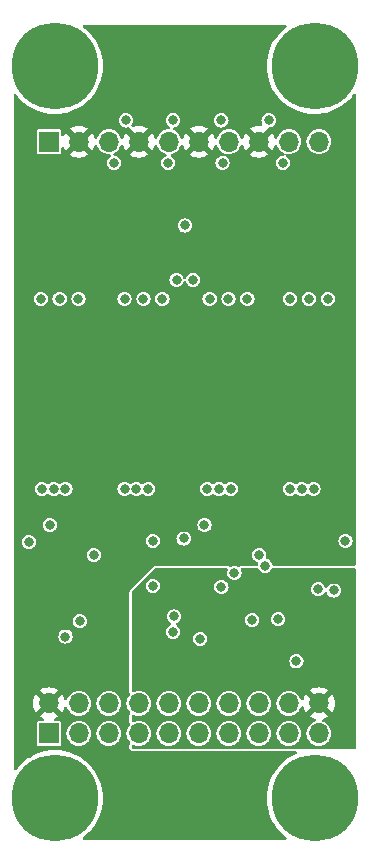
<source format=gbr>
%TF.GenerationSoftware,KiCad,Pcbnew,7.0.9*%
%TF.CreationDate,2024-02-15T22:31:25-05:00*%
%TF.ProjectId,pbm_driver4,70626d5f-6472-4697-9665-72342e6b6963,rev?*%
%TF.SameCoordinates,PX2625a0PY53ec60*%
%TF.FileFunction,Copper,L3,Inr*%
%TF.FilePolarity,Positive*%
%FSLAX46Y46*%
G04 Gerber Fmt 4.6, Leading zero omitted, Abs format (unit mm)*
G04 Created by KiCad (PCBNEW 7.0.9) date 2024-02-15 22:31:25*
%MOMM*%
%LPD*%
G01*
G04 APERTURE LIST*
%TA.AperFunction,ComponentPad*%
%ADD10R,1.700000X1.700000*%
%TD*%
%TA.AperFunction,ComponentPad*%
%ADD11O,1.700000X1.700000*%
%TD*%
%TA.AperFunction,ComponentPad*%
%ADD12C,7.330000*%
%TD*%
%TA.AperFunction,ViaPad*%
%ADD13C,0.800000*%
%TD*%
G04 APERTURE END LIST*
D10*
%TO.N,GND*%
%TO.C,J1*%
X3500000Y9500000D03*
D11*
%TO.N,+12V*%
X3500000Y12040000D03*
%TO.N,/DAC1*%
X6040000Y9500000D03*
%TO.N,/DAC2*%
X6040000Y12040000D03*
%TO.N,/SENSE1*%
X8580000Y9500000D03*
%TO.N,/SENSE2*%
X8580000Y12040000D03*
%TO.N,/SENSE3*%
X11120000Y9500000D03*
%TO.N,/SENSE4*%
X11120000Y12040000D03*
%TO.N,GND*%
X13660000Y9500000D03*
X13660000Y12040000D03*
%TO.N,/SEL1*%
X16200000Y9500000D03*
%TO.N,/SEL2*%
X16200000Y12040000D03*
%TO.N,/SEL3*%
X18740000Y9500000D03*
%TO.N,/SEL4*%
X18740000Y12040000D03*
%TO.N,GND*%
X21280000Y9500000D03*
X21280000Y12040000D03*
%TO.N,/I2C_SCL*%
X23820000Y9500000D03*
%TO.N,/I2C_SDA*%
X23820000Y12040000D03*
%TO.N,GND*%
X26360000Y9500000D03*
%TO.N,+3.3V*%
X26360000Y12040000D03*
%TD*%
D10*
%TO.N,GND*%
%TO.C,J2*%
X3500000Y59600000D03*
D11*
%TO.N,+12V*%
X6040000Y59600000D03*
%TO.N,/LED1*%
X8580000Y59600000D03*
%TO.N,+12V*%
X11120000Y59600000D03*
%TO.N,/LED2*%
X13660000Y59600000D03*
%TO.N,+12V*%
X16200000Y59600000D03*
%TO.N,/LED3*%
X18740000Y59600000D03*
%TO.N,+12V*%
X21280000Y59600000D03*
%TO.N,/LED4*%
X23820000Y59600000D03*
%TO.N,GND*%
X26360000Y59600000D03*
%TD*%
D12*
%TO.N,GND*%
%TO.C,H4*%
X26000000Y4000000D03*
%TD*%
%TO.N,GND*%
%TO.C,H3*%
X4000000Y4000000D03*
%TD*%
%TO.N,GND*%
%TO.C,H2*%
X26000000Y66000000D03*
%TD*%
%TO.N,GND*%
%TO.C,H1*%
X4000000Y66000000D03*
%TD*%
D13*
%TO.N,+12V*%
X8700000Y28400000D03*
X22700000Y28400000D03*
%TO.N,GND*%
X4900000Y30200000D03*
X10900000Y30200000D03*
X15000000Y52500000D03*
X14900000Y26000000D03*
X17900000Y30200000D03*
X11900000Y30200000D03*
X3900000Y30200000D03*
X18100000Y61400000D03*
X28600000Y25800000D03*
X21300000Y24600000D03*
X2900000Y30200000D03*
X1800000Y25700000D03*
X9000000Y57800000D03*
X18200000Y57800000D03*
X23300000Y57800000D03*
X13600000Y57800000D03*
X14000000Y18100000D03*
X24450500Y15600000D03*
X9900000Y30200000D03*
X24900000Y30200000D03*
X10000000Y61400000D03*
X25900000Y30200000D03*
X18900000Y30200000D03*
X7300000Y24600000D03*
X16900000Y30200000D03*
X14000000Y61400000D03*
X23900000Y30200000D03*
X22100000Y61400000D03*
X21800000Y23700000D03*
%TO.N,+3.3V*%
X16400000Y18800000D03*
X28900000Y19600000D03*
X21800000Y14800000D03*
X26600000Y15600000D03*
%TO.N,/LED1*%
X6000000Y46300000D03*
X4400000Y46300000D03*
X2800000Y46300000D03*
%TO.N,/LED2*%
X11500000Y46300000D03*
X13100000Y46300000D03*
X9900000Y46300000D03*
%TO.N,/LED3*%
X18700000Y46300000D03*
X17100000Y46300000D03*
X20300000Y46300000D03*
%TO.N,/LED4*%
X25500000Y46300000D03*
X23900000Y46300000D03*
X27100000Y46300000D03*
%TO.N,/SENSE1*%
X3565000Y27135000D03*
%TO.N,/SENSE2*%
X12300000Y25800000D03*
%TO.N,/SENSE3*%
X16665000Y27135000D03*
%TO.N,/SENSE4*%
X19200000Y23100000D03*
%TO.N,/DAC1*%
X4900000Y17700000D03*
%TO.N,/SEL3*%
X18100000Y21900000D03*
%TO.N,/SEL2*%
X12300000Y22000000D03*
%TO.N,/DAC2*%
X14100000Y19400000D03*
X16300000Y17500000D03*
X6100000Y19000000D03*
%TO.N,/Sheet 5/A1*%
X22900000Y19162299D03*
%TO.N,/Sheet 5/A0*%
X20700000Y19100000D03*
%TO.N,/Sheet 5/DX_N*%
X26300000Y21700000D03*
X14300000Y47900000D03*
%TO.N,/Sheet 5/DX_P*%
X27600000Y21600000D03*
X15700000Y47900000D03*
%TD*%
%TA.AperFunction,Conductor*%
%TO.N,+12V*%
G36*
X23586138Y69480315D02*
G01*
X23631893Y69427511D01*
X23641837Y69358353D01*
X23612812Y69294797D01*
X23592969Y69276405D01*
X23417764Y69146464D01*
X23417760Y69146460D01*
X23417758Y69146459D01*
X23121789Y68878210D01*
X22853540Y68582241D01*
X22853537Y68582237D01*
X22853536Y68582236D01*
X22694727Y68368107D01*
X22615582Y68261392D01*
X22410226Y67918778D01*
X22239438Y67557676D01*
X22239430Y67557656D01*
X22104870Y67181586D01*
X22007810Y66794102D01*
X22007809Y66794097D01*
X22007809Y66794096D01*
X21949197Y66398969D01*
X21929597Y66000000D01*
X21949197Y65601031D01*
X21949197Y65601025D01*
X21949198Y65601021D01*
X22007810Y65205897D01*
X22104870Y64818413D01*
X22239430Y64442343D01*
X22239438Y64442323D01*
X22410226Y64081221D01*
X22615582Y63738607D01*
X22853540Y63417758D01*
X23121789Y63121789D01*
X23417758Y62853540D01*
X23738607Y62615582D01*
X24081221Y62410226D01*
X24442323Y62239438D01*
X24442343Y62239430D01*
X24818413Y62104870D01*
X24818421Y62104867D01*
X24818424Y62104867D01*
X24913400Y62081076D01*
X25205897Y62007810D01*
X25601021Y61949198D01*
X25601025Y61949197D01*
X25601031Y61949197D01*
X26000000Y61929597D01*
X26398969Y61949197D01*
X26398974Y61949197D01*
X26398978Y61949198D01*
X26696453Y61993325D01*
X26794096Y62007809D01*
X26794097Y62007809D01*
X26794102Y62007810D01*
X26989350Y62056717D01*
X27181576Y62104867D01*
X27181580Y62104868D01*
X27181586Y62104870D01*
X27557656Y62239430D01*
X27557676Y62239438D01*
X27918778Y62410226D01*
X28261392Y62615582D01*
X28582241Y62853540D01*
X28878210Y63121789D01*
X29146459Y63417758D01*
X29146460Y63417760D01*
X29146464Y63417764D01*
X29276402Y63592965D01*
X29332149Y63635085D01*
X29401817Y63640381D01*
X29463289Y63607169D01*
X29497047Y63545996D01*
X29500000Y63519098D01*
X29500000Y23829500D01*
X29480315Y23762461D01*
X29427511Y23716706D01*
X29376000Y23705500D01*
X22513703Y23705500D01*
X22446664Y23725185D01*
X22400909Y23777989D01*
X22390764Y23813314D01*
X22388633Y23829500D01*
X22385044Y23856762D01*
X22324536Y24002841D01*
X22228282Y24128282D01*
X22102841Y24224536D01*
X21956762Y24285044D01*
X21956760Y24285044D01*
X21954178Y24286114D01*
X21899774Y24329955D01*
X21877709Y24396249D01*
X21884688Y24434915D01*
X21882940Y24435384D01*
X21885043Y24443234D01*
X21885043Y24443236D01*
X21885044Y24443238D01*
X21905682Y24600000D01*
X21885044Y24756762D01*
X21824536Y24902841D01*
X21728282Y25028282D01*
X21602841Y25124536D01*
X21456762Y25185044D01*
X21352254Y25198802D01*
X21300001Y25205682D01*
X21299999Y25205682D01*
X21221619Y25195363D01*
X21143238Y25185044D01*
X20997159Y25124536D01*
X20871718Y25028282D01*
X20775464Y24902841D01*
X20775463Y24902839D01*
X20714956Y24756762D01*
X20714955Y24756760D01*
X20694318Y24600001D01*
X20694318Y24599998D01*
X20714955Y24443239D01*
X20714956Y24443237D01*
X20775463Y24297160D01*
X20871718Y24171718D01*
X20997160Y24075463D01*
X21145822Y24013885D01*
X21200226Y23970044D01*
X21222290Y23903749D01*
X21215315Y23865080D01*
X21217060Y23864613D01*
X21214956Y23856761D01*
X21209236Y23813314D01*
X21180969Y23749418D01*
X21122645Y23710947D01*
X21086297Y23705500D01*
X19863449Y23705500D01*
X19850630Y23704698D01*
X19813593Y23700046D01*
X19775836Y23687104D01*
X19734348Y23672883D01*
X19734344Y23672881D01*
X19674268Y23637237D01*
X19674267Y23637236D01*
X19674257Y23637230D01*
X19655574Y23624538D01*
X19648657Y23619839D01*
X19582141Y23598451D01*
X19514621Y23616420D01*
X19503498Y23624031D01*
X19502841Y23624536D01*
X19356762Y23685044D01*
X19231857Y23701488D01*
X19200001Y23705682D01*
X19199999Y23705682D01*
X19135367Y23697173D01*
X19043238Y23685044D01*
X18897159Y23624536D01*
X18897158Y23624535D01*
X18896342Y23623909D01*
X18895525Y23623593D01*
X18890119Y23620472D01*
X18889632Y23621314D01*
X18831174Y23598711D01*
X18762728Y23612747D01*
X18742333Y23627987D01*
X18741927Y23627456D01*
X18734887Y23632838D01*
X18734883Y23632843D01*
X18655066Y23677490D01*
X18588027Y23697175D01*
X18530129Y23705500D01*
X12545858Y23705500D01*
X12534866Y23704911D01*
X12534857Y23704910D01*
X12534856Y23704910D01*
X12534855Y23704910D01*
X12523343Y23703671D01*
X12503035Y23701488D01*
X12426518Y23677529D01*
X12426516Y23677528D01*
X12426443Y23677488D01*
X12365195Y23644044D01*
X12365189Y23644039D01*
X12365188Y23644039D01*
X12326250Y23614889D01*
X12318371Y23608991D01*
X12318363Y23608983D01*
X10387114Y21677734D01*
X10387112Y21677731D01*
X10379763Y21669552D01*
X10379764Y21669554D01*
X10359674Y21644623D01*
X10322509Y21573575D01*
X10302826Y21506543D01*
X10302825Y21506536D01*
X10294500Y21448638D01*
X10294500Y19400000D01*
X10294500Y18100000D01*
X10294500Y17500000D01*
X10294500Y15600000D01*
X10294500Y13106634D01*
X10294549Y13106077D01*
X10297605Y13071047D01*
X10297606Y13071042D01*
X10297606Y13071041D01*
X10305041Y13028754D01*
X10305438Y13026558D01*
X10341833Y12942657D01*
X10360372Y12917427D01*
X10384203Y12851747D01*
X10368742Y12783610D01*
X10356299Y12765342D01*
X10271505Y12662019D01*
X10242315Y12626450D01*
X10144768Y12443954D01*
X10129479Y12393553D01*
X10084699Y12245932D01*
X10064417Y12040000D01*
X10084699Y11834067D01*
X10144769Y11636043D01*
X10242317Y11453547D01*
X10354518Y11316829D01*
X10381830Y11252519D01*
X10370039Y11183652D01*
X10366884Y11177631D01*
X10322511Y11098305D01*
X10322509Y11098300D01*
X10312664Y11064769D01*
X10302825Y11031263D01*
X10294500Y10973365D01*
X10294500Y10566634D01*
X10297605Y10531047D01*
X10297606Y10531043D01*
X10297606Y10531042D01*
X10305041Y10488754D01*
X10305438Y10486558D01*
X10341833Y10402657D01*
X10360372Y10377427D01*
X10384203Y10311747D01*
X10368742Y10243610D01*
X10356299Y10225342D01*
X10271505Y10122019D01*
X10242315Y10086450D01*
X10151502Y9916554D01*
X10144769Y9903956D01*
X10084699Y9705932D01*
X10064417Y9500000D01*
X10084699Y9294067D01*
X10144769Y9096043D01*
X10242317Y8913547D01*
X10354518Y8776829D01*
X10381830Y8712519D01*
X10370039Y8643652D01*
X10366884Y8637631D01*
X10322511Y8558305D01*
X10322509Y8558300D01*
X10306990Y8505447D01*
X10302825Y8491263D01*
X10294500Y8433365D01*
X10294500Y8433361D01*
X10294500Y8323992D01*
X10299197Y8280313D01*
X10310402Y8228807D01*
X10312889Y8218629D01*
X10312891Y8218624D01*
X10355899Y8137916D01*
X10355901Y8137913D01*
X10394607Y8093244D01*
X10401655Y8085111D01*
X10419243Y8067159D01*
X10419249Y8067154D01*
X10499059Y8022511D01*
X10499064Y8022509D01*
X10566096Y8002826D01*
X10566101Y8002825D01*
X10566102Y8002825D01*
X10624000Y7994500D01*
X10624004Y7994500D01*
X11082345Y7994500D01*
X11091972Y7994951D01*
X11091973Y7994951D01*
X11118029Y7997401D01*
X11147273Y7996684D01*
X11162465Y7994500D01*
X11162471Y7994500D01*
X13622345Y7994500D01*
X13631972Y7994951D01*
X13631973Y7994951D01*
X13658029Y7997401D01*
X13687273Y7996684D01*
X13702465Y7994500D01*
X13702471Y7994500D01*
X16162345Y7994500D01*
X16171972Y7994951D01*
X16171973Y7994951D01*
X16198029Y7997401D01*
X16227273Y7996684D01*
X16242465Y7994500D01*
X16242471Y7994500D01*
X18702345Y7994500D01*
X18711972Y7994951D01*
X18711973Y7994951D01*
X18738029Y7997401D01*
X18767273Y7996684D01*
X18782465Y7994500D01*
X18782471Y7994500D01*
X21242345Y7994500D01*
X21251972Y7994951D01*
X21251973Y7994951D01*
X21278029Y7997401D01*
X21307273Y7996684D01*
X21322465Y7994500D01*
X21322471Y7994500D01*
X23782345Y7994500D01*
X23791972Y7994951D01*
X23791973Y7994951D01*
X23818029Y7997401D01*
X23847273Y7996684D01*
X23862465Y7994500D01*
X23862471Y7994500D01*
X24384748Y7994500D01*
X24451787Y7974815D01*
X24497542Y7922011D01*
X24507486Y7852853D01*
X24478461Y7789297D01*
X24437767Y7758407D01*
X24081225Y7589775D01*
X23738605Y7384416D01*
X23417764Y7146464D01*
X23417760Y7146460D01*
X23417758Y7146459D01*
X23121789Y6878210D01*
X22853540Y6582241D01*
X22853537Y6582237D01*
X22853536Y6582236D01*
X22694727Y6368107D01*
X22615582Y6261392D01*
X22410226Y5918778D01*
X22239438Y5557676D01*
X22239430Y5557656D01*
X22104870Y5181587D01*
X22007810Y4794103D01*
X22007809Y4794096D01*
X21949197Y4398969D01*
X21929597Y4000000D01*
X21949197Y3601031D01*
X21949197Y3601026D01*
X21949198Y3601022D01*
X22007810Y3205898D01*
X22104870Y2818414D01*
X22239430Y2442344D01*
X22239438Y2442324D01*
X22410226Y2081222D01*
X22615582Y1738608D01*
X22615584Y1738605D01*
X22728661Y1586138D01*
X22853540Y1417759D01*
X23121789Y1121790D01*
X23417758Y853541D01*
X23417764Y853536D01*
X23592967Y723597D01*
X23635086Y667852D01*
X23640382Y598183D01*
X23607171Y536711D01*
X23545998Y502953D01*
X23519099Y500000D01*
X6480901Y500000D01*
X6413862Y519685D01*
X6368107Y572489D01*
X6358163Y641647D01*
X6387188Y705203D01*
X6407030Y723595D01*
X6582236Y853536D01*
X6878210Y1121790D01*
X7146464Y1417764D01*
X7384416Y1738605D01*
X7589775Y2081225D01*
X7760562Y2442324D01*
X7895133Y2818424D01*
X7992191Y3205904D01*
X8050803Y3601031D01*
X8070403Y4000000D01*
X8050803Y4398969D01*
X7992191Y4794096D01*
X7895133Y5181576D01*
X7760562Y5557676D01*
X7589775Y5918775D01*
X7384416Y6261395D01*
X7146464Y6582236D01*
X6878210Y6878210D01*
X6582236Y7146464D01*
X6261395Y7384416D01*
X5918775Y7589775D01*
X5557676Y7760562D01*
X5181576Y7895133D01*
X4794096Y7992191D01*
X4398969Y8050803D01*
X4000000Y8070403D01*
X3601031Y8050803D01*
X3205904Y7992191D01*
X2818424Y7895133D01*
X2818413Y7895129D01*
X2442343Y7760569D01*
X2442338Y7760567D01*
X2442324Y7760562D01*
X2081225Y7589775D01*
X2081221Y7589773D01*
X1852811Y7452869D01*
X1738605Y7384416D01*
X1417764Y7146464D01*
X1417760Y7146460D01*
X1417758Y7146459D01*
X1121789Y6878210D01*
X853540Y6582241D01*
X853537Y6582237D01*
X853536Y6582236D01*
X723596Y6407032D01*
X667852Y6364914D01*
X598183Y6359618D01*
X536711Y6392829D01*
X502953Y6454002D01*
X500000Y6480901D01*
X500000Y12039998D01*
X2144843Y12039998D01*
X2165430Y11804684D01*
X2165432Y11804673D01*
X2226566Y11576516D01*
X2226570Y11576507D01*
X2326402Y11362417D01*
X2385072Y11278626D01*
X2385073Y11278625D01*
X3016923Y11910475D01*
X3040507Y11830156D01*
X3118239Y11709202D01*
X3226900Y11615048D01*
X3357685Y11555320D01*
X3367466Y11553913D01*
X2738625Y10925073D01*
X2738626Y10925072D01*
X2822417Y10866402D01*
X2992948Y10786882D01*
X3045387Y10740710D01*
X3064539Y10673516D01*
X3044323Y10606635D01*
X2991158Y10561300D01*
X2940543Y10550500D01*
X2630249Y10550500D01*
X2630247Y10550499D01*
X2571770Y10538868D01*
X2571769Y10538867D01*
X2505447Y10494552D01*
X2461132Y10428230D01*
X2461131Y10428229D01*
X2449500Y10369752D01*
X2449500Y8630247D01*
X2461131Y8571770D01*
X2461132Y8571769D01*
X2505447Y8505447D01*
X2571769Y8461132D01*
X2571770Y8461131D01*
X2630247Y8449500D01*
X2630252Y8449500D01*
X4369752Y8449500D01*
X4428229Y8461131D01*
X4428230Y8461132D01*
X4494552Y8505447D01*
X4538867Y8571769D01*
X4538868Y8571770D01*
X4550499Y8630247D01*
X4550500Y8630249D01*
X4550500Y9500000D01*
X4984417Y9500000D01*
X5004699Y9294067D01*
X5064769Y9096043D01*
X5162317Y8913547D01*
X5293589Y8753589D01*
X5453547Y8622317D01*
X5453548Y8622316D01*
X5453550Y8622315D01*
X5525898Y8583643D01*
X5636043Y8524769D01*
X5834069Y8464699D01*
X5834065Y8464699D01*
X6040000Y8444417D01*
X6245932Y8464699D01*
X6380260Y8505447D01*
X6443954Y8524768D01*
X6626450Y8622315D01*
X6668677Y8656969D01*
X6786410Y8753589D01*
X6865702Y8850209D01*
X6917685Y8913550D01*
X7015232Y9096046D01*
X7075300Y9294066D01*
X7095583Y9500000D01*
X7524417Y9500000D01*
X7544699Y9294067D01*
X7604769Y9096043D01*
X7702317Y8913547D01*
X7833589Y8753589D01*
X7993547Y8622317D01*
X7993548Y8622316D01*
X7993550Y8622315D01*
X8065898Y8583643D01*
X8176043Y8524769D01*
X8374069Y8464699D01*
X8374065Y8464699D01*
X8580000Y8444417D01*
X8785932Y8464699D01*
X8920260Y8505447D01*
X8983954Y8524768D01*
X9166450Y8622315D01*
X9208677Y8656969D01*
X9326410Y8753589D01*
X9405702Y8850209D01*
X9457685Y8913550D01*
X9555232Y9096046D01*
X9615300Y9294066D01*
X9635583Y9500000D01*
X9615300Y9705934D01*
X9555232Y9903954D01*
X9457685Y10086450D01*
X9326410Y10246410D01*
X9166450Y10377685D01*
X8983954Y10475232D01*
X8785934Y10535300D01*
X8580000Y10555583D01*
X8374066Y10535300D01*
X8176046Y10475232D01*
X7993550Y10377685D01*
X7931842Y10327043D01*
X7833589Y10246410D01*
X7736969Y10128677D01*
X7702315Y10086450D01*
X7611502Y9916554D01*
X7604769Y9903956D01*
X7544699Y9705932D01*
X7524417Y9500000D01*
X7095583Y9500000D01*
X7075300Y9705934D01*
X7015232Y9903954D01*
X6917685Y10086450D01*
X6786410Y10246410D01*
X6626450Y10377685D01*
X6443954Y10475232D01*
X6245934Y10535300D01*
X6040000Y10555583D01*
X5834066Y10535300D01*
X5636046Y10475232D01*
X5453550Y10377685D01*
X5391842Y10327043D01*
X5293589Y10246410D01*
X5196969Y10128677D01*
X5162315Y10086450D01*
X5071502Y9916554D01*
X5064769Y9903956D01*
X5004699Y9705932D01*
X4984417Y9500000D01*
X4550500Y9500000D01*
X4550500Y10369750D01*
X4550499Y10369752D01*
X4548972Y10377427D01*
X4543954Y10402657D01*
X4538868Y10428229D01*
X4538867Y10428230D01*
X4538867Y10428231D01*
X4494552Y10494552D01*
X4428231Y10538867D01*
X4428229Y10538867D01*
X4428229Y10538868D01*
X4384568Y10547552D01*
X4369751Y10550499D01*
X4369751Y10550500D01*
X4369748Y10550500D01*
X4059457Y10550500D01*
X3992418Y10570185D01*
X3946663Y10622989D01*
X3936719Y10692147D01*
X3965744Y10755703D01*
X4007052Y10786882D01*
X4177579Y10866400D01*
X4177583Y10866402D01*
X4261373Y10925072D01*
X4261373Y10925073D01*
X3632533Y11553913D01*
X3642315Y11555320D01*
X3773100Y11615048D01*
X3881761Y11709202D01*
X3959493Y11830156D01*
X3983076Y11910475D01*
X4614925Y11278625D01*
X4673599Y11362421D01*
X4773429Y11576507D01*
X4773433Y11576516D01*
X4806158Y11698649D01*
X4842523Y11758310D01*
X4905369Y11788839D01*
X4974745Y11780545D01*
X5028623Y11736059D01*
X5044593Y11702552D01*
X5064767Y11636046D01*
X5162317Y11453547D01*
X5293589Y11293589D01*
X5453547Y11162317D01*
X5453548Y11162316D01*
X5453550Y11162315D01*
X5525898Y11123643D01*
X5636043Y11064769D01*
X5834069Y11004699D01*
X5834065Y11004699D01*
X6040000Y10984417D01*
X6245932Y11004699D01*
X6344944Y11034734D01*
X6443954Y11064768D01*
X6626450Y11162315D01*
X6668677Y11196969D01*
X6786410Y11293589D01*
X6865702Y11390209D01*
X6917685Y11453550D01*
X7015232Y11636046D01*
X7075300Y11834066D01*
X7095583Y12040000D01*
X7524417Y12040000D01*
X7544699Y11834067D01*
X7604769Y11636043D01*
X7702317Y11453547D01*
X7833589Y11293589D01*
X7993547Y11162317D01*
X7993548Y11162316D01*
X7993550Y11162315D01*
X8065898Y11123643D01*
X8176043Y11064769D01*
X8374069Y11004699D01*
X8374065Y11004699D01*
X8580000Y10984417D01*
X8785932Y11004699D01*
X8884944Y11034734D01*
X8983954Y11064768D01*
X9166450Y11162315D01*
X9208677Y11196969D01*
X9326410Y11293589D01*
X9405702Y11390209D01*
X9457685Y11453550D01*
X9555232Y11636046D01*
X9615300Y11834066D01*
X9635583Y12040000D01*
X9615300Y12245934D01*
X9555232Y12443954D01*
X9457685Y12626450D01*
X9326410Y12786410D01*
X9166450Y12917685D01*
X8983954Y13015232D01*
X8785934Y13075300D01*
X8580000Y13095583D01*
X8374066Y13075300D01*
X8176046Y13015232D01*
X7993550Y12917685D01*
X7931842Y12867043D01*
X7833589Y12786410D01*
X7736969Y12668677D01*
X7702315Y12626450D01*
X7604768Y12443954D01*
X7589479Y12393553D01*
X7544699Y12245932D01*
X7524417Y12040000D01*
X7095583Y12040000D01*
X7075300Y12245934D01*
X7015232Y12443954D01*
X6917685Y12626450D01*
X6786410Y12786410D01*
X6626450Y12917685D01*
X6443954Y13015232D01*
X6245934Y13075300D01*
X6040000Y13095583D01*
X5834066Y13075300D01*
X5636046Y13015232D01*
X5453550Y12917685D01*
X5391842Y12867043D01*
X5293589Y12786410D01*
X5196969Y12668677D01*
X5162315Y12626450D01*
X5064768Y12443954D01*
X5047801Y12388021D01*
X5044594Y12377448D01*
X5006296Y12319009D01*
X4942484Y12290553D01*
X4873417Y12301113D01*
X4821023Y12347337D01*
X4806158Y12381350D01*
X4773433Y12503483D01*
X4773429Y12503492D01*
X4673601Y12717575D01*
X4614925Y12801373D01*
X3983076Y12169524D01*
X3959493Y12249844D01*
X3881761Y12370798D01*
X3773100Y12464952D01*
X3642315Y12524680D01*
X3632533Y12526086D01*
X4261373Y13154925D01*
X4261373Y13154926D01*
X4177582Y13213598D01*
X4177578Y13213600D01*
X3963492Y13313429D01*
X3963483Y13313433D01*
X3735326Y13374567D01*
X3735315Y13374569D01*
X3500002Y13395157D01*
X3499998Y13395157D01*
X3264684Y13374569D01*
X3264673Y13374567D01*
X3036516Y13313433D01*
X3036507Y13313429D01*
X2822423Y13213600D01*
X2822421Y13213599D01*
X2738626Y13154925D01*
X2738625Y13154925D01*
X3367466Y12526086D01*
X3357685Y12524680D01*
X3226900Y12464952D01*
X3118239Y12370798D01*
X3040507Y12249844D01*
X3016923Y12169523D01*
X2385074Y12801373D01*
X2385073Y12801372D01*
X2326400Y12717578D01*
X2326399Y12717576D01*
X2226570Y12503492D01*
X2226566Y12503483D01*
X2165432Y12275326D01*
X2165430Y12275315D01*
X2144843Y12040001D01*
X2144843Y12039998D01*
X500000Y12039998D01*
X500000Y17699998D01*
X4294318Y17699998D01*
X4314955Y17543239D01*
X4314956Y17543237D01*
X4375463Y17397160D01*
X4471718Y17271718D01*
X4597160Y17175463D01*
X4743237Y17114956D01*
X4743239Y17114955D01*
X4899999Y17094318D01*
X4900000Y17094318D01*
X4900001Y17094318D01*
X5056760Y17114955D01*
X5056762Y17114956D01*
X5202839Y17175463D01*
X5202841Y17175464D01*
X5328282Y17271718D01*
X5424536Y17397159D01*
X5485044Y17543238D01*
X5505682Y17700000D01*
X5485044Y17856762D01*
X5424536Y18002841D01*
X5328282Y18128282D01*
X5202841Y18224536D01*
X5056762Y18285044D01*
X4952254Y18298802D01*
X4900001Y18305682D01*
X4899999Y18305682D01*
X4821619Y18295363D01*
X4743238Y18285044D01*
X4597159Y18224536D01*
X4471718Y18128282D01*
X4375464Y18002841D01*
X4375463Y18002839D01*
X4314956Y17856762D01*
X4314955Y17856760D01*
X4294318Y17700001D01*
X4294318Y17699998D01*
X500000Y17699998D01*
X500000Y18999998D01*
X5494318Y18999998D01*
X5514955Y18843239D01*
X5514956Y18843237D01*
X5575463Y18697160D01*
X5671718Y18571718D01*
X5797160Y18475463D01*
X5943237Y18414956D01*
X5943239Y18414955D01*
X6099999Y18394318D01*
X6100000Y18394318D01*
X6100001Y18394318D01*
X6256760Y18414955D01*
X6256762Y18414956D01*
X6402839Y18475463D01*
X6402841Y18475464D01*
X6528282Y18571718D01*
X6624536Y18697159D01*
X6685044Y18843238D01*
X6705682Y19000000D01*
X6685044Y19156762D01*
X6624536Y19302841D01*
X6528282Y19428282D01*
X6402841Y19524536D01*
X6256762Y19585044D01*
X6152254Y19598802D01*
X6100001Y19605682D01*
X6099999Y19605682D01*
X6021619Y19595363D01*
X5943238Y19585044D01*
X5797159Y19524536D01*
X5671718Y19428282D01*
X5575464Y19302841D01*
X5575463Y19302839D01*
X5514956Y19156762D01*
X5514955Y19156760D01*
X5494318Y19000001D01*
X5494318Y18999998D01*
X500000Y18999998D01*
X500000Y24599998D01*
X6694318Y24599998D01*
X6714955Y24443239D01*
X6714956Y24443237D01*
X6775463Y24297160D01*
X6871718Y24171718D01*
X6997160Y24075463D01*
X7143237Y24014956D01*
X7143239Y24014955D01*
X7299999Y23994318D01*
X7300000Y23994318D01*
X7300001Y23994318D01*
X7456760Y24014955D01*
X7456762Y24014956D01*
X7602839Y24075463D01*
X7602841Y24075464D01*
X7728282Y24171718D01*
X7824536Y24297159D01*
X7885044Y24443238D01*
X7905682Y24600000D01*
X7885044Y24756762D01*
X7824536Y24902841D01*
X7728282Y25028282D01*
X7602841Y25124536D01*
X7456762Y25185044D01*
X7352254Y25198802D01*
X7300001Y25205682D01*
X7299999Y25205682D01*
X7221619Y25195363D01*
X7143238Y25185044D01*
X6997159Y25124536D01*
X6871718Y25028282D01*
X6775464Y24902841D01*
X6775463Y24902839D01*
X6714956Y24756762D01*
X6714955Y24756760D01*
X6694318Y24600001D01*
X6694318Y24599998D01*
X500000Y24599998D01*
X500000Y25699998D01*
X1194318Y25699998D01*
X1214955Y25543239D01*
X1214956Y25543237D01*
X1275463Y25397160D01*
X1371718Y25271718D01*
X1497160Y25175463D01*
X1643237Y25114956D01*
X1643239Y25114955D01*
X1799999Y25094318D01*
X1800000Y25094318D01*
X1800001Y25094318D01*
X1956760Y25114955D01*
X1956762Y25114956D01*
X2102839Y25175463D01*
X2102841Y25175464D01*
X2228282Y25271718D01*
X2324536Y25397159D01*
X2385044Y25543238D01*
X2405682Y25700000D01*
X2392517Y25799998D01*
X11694318Y25799998D01*
X11714955Y25643239D01*
X11714956Y25643237D01*
X11775463Y25497160D01*
X11871718Y25371718D01*
X11997160Y25275463D01*
X12143237Y25214956D01*
X12143239Y25214955D01*
X12299999Y25194318D01*
X12300000Y25194318D01*
X12300001Y25194318D01*
X12456760Y25214955D01*
X12456762Y25214956D01*
X12602839Y25275463D01*
X12602841Y25275464D01*
X12728282Y25371718D01*
X12824536Y25497159D01*
X12885044Y25643238D01*
X12905682Y25800000D01*
X12885044Y25956762D01*
X12867135Y25999998D01*
X14294318Y25999998D01*
X14314955Y25843239D01*
X14314956Y25843237D01*
X14375463Y25697160D01*
X14471718Y25571718D01*
X14597160Y25475463D01*
X14743237Y25414956D01*
X14743239Y25414955D01*
X14899999Y25394318D01*
X14900000Y25394318D01*
X14900001Y25394318D01*
X15056760Y25414955D01*
X15056762Y25414956D01*
X15202839Y25475463D01*
X15202841Y25475464D01*
X15328282Y25571718D01*
X15424536Y25697159D01*
X15467133Y25799998D01*
X27994318Y25799998D01*
X28014955Y25643239D01*
X28014956Y25643237D01*
X28075463Y25497160D01*
X28171718Y25371718D01*
X28297160Y25275463D01*
X28443237Y25214956D01*
X28443239Y25214955D01*
X28599999Y25194318D01*
X28600000Y25194318D01*
X28600001Y25194318D01*
X28756760Y25214955D01*
X28756762Y25214956D01*
X28902839Y25275463D01*
X28902841Y25275464D01*
X29028282Y25371718D01*
X29124536Y25497159D01*
X29185044Y25643238D01*
X29205682Y25800000D01*
X29185044Y25956762D01*
X29124536Y26102841D01*
X29028282Y26228282D01*
X28902841Y26324536D01*
X28756762Y26385044D01*
X28652254Y26398802D01*
X28600001Y26405682D01*
X28599999Y26405682D01*
X28521619Y26395363D01*
X28443238Y26385044D01*
X28297159Y26324536D01*
X28171718Y26228282D01*
X28075464Y26102841D01*
X28075463Y26102839D01*
X28014956Y25956762D01*
X28014955Y25956760D01*
X27994318Y25800001D01*
X27994318Y25799998D01*
X15467133Y25799998D01*
X15485044Y25843238D01*
X15491923Y25895492D01*
X15505682Y25999998D01*
X15505682Y26000001D01*
X15492143Y26102841D01*
X15485044Y26156762D01*
X15424536Y26302841D01*
X15328282Y26428282D01*
X15202841Y26524536D01*
X15056762Y26585044D01*
X14952254Y26598802D01*
X14900001Y26605682D01*
X14899999Y26605682D01*
X14821619Y26595363D01*
X14743238Y26585044D01*
X14597159Y26524536D01*
X14471718Y26428282D01*
X14375464Y26302841D01*
X14375463Y26302839D01*
X14314956Y26156762D01*
X14314955Y26156760D01*
X14294318Y26000001D01*
X14294318Y25999998D01*
X12867135Y25999998D01*
X12824536Y26102841D01*
X12728282Y26228282D01*
X12602841Y26324536D01*
X12456762Y26385044D01*
X12352254Y26398802D01*
X12300001Y26405682D01*
X12299999Y26405682D01*
X12221619Y26395363D01*
X12143238Y26385044D01*
X11997159Y26324536D01*
X11871718Y26228282D01*
X11775464Y26102841D01*
X11775463Y26102839D01*
X11714956Y25956762D01*
X11714955Y25956760D01*
X11694318Y25800001D01*
X11694318Y25799998D01*
X2392517Y25799998D01*
X2385044Y25856762D01*
X2324536Y26002841D01*
X2228282Y26128282D01*
X2102841Y26224536D01*
X1956762Y26285044D01*
X1821580Y26302841D01*
X1800001Y26305682D01*
X1799999Y26305682D01*
X1721619Y26295363D01*
X1643238Y26285044D01*
X1497159Y26224536D01*
X1371718Y26128282D01*
X1275464Y26002841D01*
X1275463Y26002839D01*
X1214956Y25856762D01*
X1214955Y25856760D01*
X1194318Y25700001D01*
X1194318Y25699998D01*
X500000Y25699998D01*
X500000Y27134998D01*
X2959318Y27134998D01*
X2979955Y26978239D01*
X2979956Y26978237D01*
X3040463Y26832160D01*
X3136718Y26706718D01*
X3262160Y26610463D01*
X3408237Y26549956D01*
X3408239Y26549955D01*
X3564999Y26529318D01*
X3565000Y26529318D01*
X3565001Y26529318D01*
X3721760Y26549955D01*
X3721762Y26549956D01*
X3867839Y26610463D01*
X3867841Y26610464D01*
X3993282Y26706718D01*
X4089536Y26832159D01*
X4150044Y26978238D01*
X4170682Y27134998D01*
X16059318Y27134998D01*
X16079955Y26978239D01*
X16079956Y26978237D01*
X16140463Y26832160D01*
X16236718Y26706718D01*
X16362160Y26610463D01*
X16508237Y26549956D01*
X16508239Y26549955D01*
X16664999Y26529318D01*
X16665000Y26529318D01*
X16665001Y26529318D01*
X16821760Y26549955D01*
X16821762Y26549956D01*
X16967839Y26610463D01*
X16967841Y26610464D01*
X17093282Y26706718D01*
X17189536Y26832159D01*
X17250044Y26978238D01*
X17270682Y27135000D01*
X17250044Y27291762D01*
X17189536Y27437841D01*
X17093282Y27563282D01*
X16967841Y27659536D01*
X16821762Y27720044D01*
X16717254Y27733802D01*
X16665001Y27740682D01*
X16664999Y27740682D01*
X16586619Y27730363D01*
X16508238Y27720044D01*
X16362159Y27659536D01*
X16236718Y27563282D01*
X16140464Y27437841D01*
X16140463Y27437839D01*
X16079956Y27291762D01*
X16079955Y27291760D01*
X16059318Y27135001D01*
X16059318Y27134998D01*
X4170682Y27134998D01*
X4170682Y27135000D01*
X4150044Y27291762D01*
X4089536Y27437841D01*
X3993282Y27563282D01*
X3867841Y27659536D01*
X3721762Y27720044D01*
X3617254Y27733802D01*
X3565001Y27740682D01*
X3564999Y27740682D01*
X3486619Y27730363D01*
X3408238Y27720044D01*
X3262159Y27659536D01*
X3136718Y27563282D01*
X3040464Y27437841D01*
X3040463Y27437839D01*
X2979956Y27291762D01*
X2979955Y27291760D01*
X2959318Y27135001D01*
X2959318Y27134998D01*
X500000Y27134998D01*
X500000Y30199998D01*
X2294318Y30199998D01*
X2314955Y30043239D01*
X2314956Y30043237D01*
X2375463Y29897160D01*
X2471718Y29771718D01*
X2597160Y29675463D01*
X2743237Y29614956D01*
X2743239Y29614955D01*
X2899999Y29594318D01*
X2900000Y29594318D01*
X2900001Y29594318D01*
X3056760Y29614955D01*
X3056762Y29614956D01*
X3202842Y29675464D01*
X3324514Y29768826D01*
X3389683Y29794020D01*
X3458128Y29779981D01*
X3475486Y29768826D01*
X3597157Y29675464D01*
X3743237Y29614956D01*
X3743239Y29614955D01*
X3899999Y29594318D01*
X3900000Y29594318D01*
X3900001Y29594318D01*
X4056760Y29614955D01*
X4056762Y29614956D01*
X4202842Y29675464D01*
X4324514Y29768826D01*
X4389683Y29794020D01*
X4458128Y29779981D01*
X4475486Y29768826D01*
X4597157Y29675464D01*
X4743237Y29614956D01*
X4743239Y29614955D01*
X4899999Y29594318D01*
X4900000Y29594318D01*
X4900001Y29594318D01*
X5056760Y29614955D01*
X5056762Y29614956D01*
X5202839Y29675463D01*
X5202841Y29675464D01*
X5328282Y29771718D01*
X5424536Y29897159D01*
X5485044Y30043238D01*
X5505682Y30199998D01*
X9294318Y30199998D01*
X9314955Y30043239D01*
X9314956Y30043237D01*
X9375463Y29897160D01*
X9471718Y29771718D01*
X9597160Y29675463D01*
X9743237Y29614956D01*
X9743239Y29614955D01*
X9899999Y29594318D01*
X9900000Y29594318D01*
X9900001Y29594318D01*
X10056760Y29614955D01*
X10056762Y29614956D01*
X10202842Y29675464D01*
X10324514Y29768826D01*
X10389683Y29794020D01*
X10458128Y29779981D01*
X10475486Y29768826D01*
X10597157Y29675464D01*
X10743237Y29614956D01*
X10743239Y29614955D01*
X10899999Y29594318D01*
X10900000Y29594318D01*
X10900001Y29594318D01*
X11056760Y29614955D01*
X11056762Y29614956D01*
X11202842Y29675464D01*
X11324514Y29768826D01*
X11389683Y29794020D01*
X11458128Y29779981D01*
X11475486Y29768826D01*
X11597157Y29675464D01*
X11743237Y29614956D01*
X11743239Y29614955D01*
X11899999Y29594318D01*
X11900000Y29594318D01*
X11900001Y29594318D01*
X12056760Y29614955D01*
X12056762Y29614956D01*
X12202839Y29675463D01*
X12202841Y29675464D01*
X12328282Y29771718D01*
X12424536Y29897159D01*
X12485044Y30043238D01*
X12505682Y30199998D01*
X16294318Y30199998D01*
X16314955Y30043239D01*
X16314956Y30043237D01*
X16375463Y29897160D01*
X16471718Y29771718D01*
X16597160Y29675463D01*
X16743237Y29614956D01*
X16743239Y29614955D01*
X16899999Y29594318D01*
X16900000Y29594318D01*
X16900001Y29594318D01*
X17056760Y29614955D01*
X17056762Y29614956D01*
X17202842Y29675464D01*
X17324514Y29768826D01*
X17389683Y29794020D01*
X17458128Y29779981D01*
X17475486Y29768826D01*
X17597157Y29675464D01*
X17743237Y29614956D01*
X17743239Y29614955D01*
X17899999Y29594318D01*
X17900000Y29594318D01*
X17900001Y29594318D01*
X18056760Y29614955D01*
X18056762Y29614956D01*
X18202842Y29675464D01*
X18324514Y29768826D01*
X18389683Y29794020D01*
X18458128Y29779981D01*
X18475486Y29768826D01*
X18597157Y29675464D01*
X18743237Y29614956D01*
X18743239Y29614955D01*
X18899999Y29594318D01*
X18900000Y29594318D01*
X18900001Y29594318D01*
X19056760Y29614955D01*
X19056762Y29614956D01*
X19202839Y29675463D01*
X19202841Y29675464D01*
X19328282Y29771718D01*
X19424536Y29897159D01*
X19485044Y30043238D01*
X19505682Y30199998D01*
X23294318Y30199998D01*
X23314955Y30043239D01*
X23314956Y30043237D01*
X23375463Y29897160D01*
X23471718Y29771718D01*
X23597160Y29675463D01*
X23743237Y29614956D01*
X23743239Y29614955D01*
X23899999Y29594318D01*
X23900000Y29594318D01*
X23900001Y29594318D01*
X24056760Y29614955D01*
X24056762Y29614956D01*
X24202842Y29675464D01*
X24324514Y29768826D01*
X24389683Y29794020D01*
X24458128Y29779981D01*
X24475486Y29768826D01*
X24597157Y29675464D01*
X24743237Y29614956D01*
X24743239Y29614955D01*
X24899999Y29594318D01*
X24900000Y29594318D01*
X24900001Y29594318D01*
X25056760Y29614955D01*
X25056762Y29614956D01*
X25202842Y29675464D01*
X25324514Y29768826D01*
X25389683Y29794020D01*
X25458128Y29779981D01*
X25475486Y29768826D01*
X25597157Y29675464D01*
X25743237Y29614956D01*
X25743239Y29614955D01*
X25899999Y29594318D01*
X25900000Y29594318D01*
X25900001Y29594318D01*
X26056760Y29614955D01*
X26056762Y29614956D01*
X26202839Y29675463D01*
X26202841Y29675464D01*
X26328282Y29771718D01*
X26424536Y29897159D01*
X26485044Y30043238D01*
X26505682Y30200000D01*
X26485044Y30356762D01*
X26424536Y30502841D01*
X26328282Y30628282D01*
X26202841Y30724536D01*
X26056762Y30785044D01*
X25952254Y30798802D01*
X25900001Y30805682D01*
X25899999Y30805682D01*
X25821619Y30795363D01*
X25743238Y30785044D01*
X25597159Y30724536D01*
X25475484Y30631171D01*
X25410317Y30605979D01*
X25341873Y30620017D01*
X25324521Y30631167D01*
X25202841Y30724536D01*
X25056762Y30785044D01*
X24952254Y30798802D01*
X24900001Y30805682D01*
X24899999Y30805682D01*
X24821619Y30795363D01*
X24743238Y30785044D01*
X24597159Y30724536D01*
X24475484Y30631171D01*
X24410317Y30605979D01*
X24341873Y30620017D01*
X24324521Y30631167D01*
X24202841Y30724536D01*
X24056762Y30785044D01*
X23952254Y30798802D01*
X23900001Y30805682D01*
X23899999Y30805682D01*
X23821619Y30795363D01*
X23743238Y30785044D01*
X23597159Y30724536D01*
X23471718Y30628282D01*
X23375464Y30502841D01*
X23375463Y30502839D01*
X23314956Y30356762D01*
X23314955Y30356760D01*
X23294318Y30200001D01*
X23294318Y30199998D01*
X19505682Y30199998D01*
X19505682Y30200000D01*
X19485044Y30356762D01*
X19424536Y30502841D01*
X19328282Y30628282D01*
X19202841Y30724536D01*
X19056762Y30785044D01*
X18952254Y30798802D01*
X18900001Y30805682D01*
X18899999Y30805682D01*
X18821619Y30795363D01*
X18743238Y30785044D01*
X18597159Y30724536D01*
X18475484Y30631171D01*
X18410317Y30605979D01*
X18341873Y30620017D01*
X18324521Y30631167D01*
X18202841Y30724536D01*
X18056762Y30785044D01*
X17952254Y30798802D01*
X17900001Y30805682D01*
X17899999Y30805682D01*
X17821619Y30795363D01*
X17743238Y30785044D01*
X17597159Y30724536D01*
X17475484Y30631171D01*
X17410317Y30605979D01*
X17341873Y30620017D01*
X17324521Y30631167D01*
X17202841Y30724536D01*
X17056762Y30785044D01*
X16952254Y30798802D01*
X16900001Y30805682D01*
X16899999Y30805682D01*
X16821619Y30795363D01*
X16743238Y30785044D01*
X16597159Y30724536D01*
X16471718Y30628282D01*
X16375464Y30502841D01*
X16375463Y30502839D01*
X16314956Y30356762D01*
X16314955Y30356760D01*
X16294318Y30200001D01*
X16294318Y30199998D01*
X12505682Y30199998D01*
X12505682Y30200000D01*
X12485044Y30356762D01*
X12424536Y30502841D01*
X12328282Y30628282D01*
X12202841Y30724536D01*
X12056762Y30785044D01*
X11952254Y30798802D01*
X11900001Y30805682D01*
X11899999Y30805682D01*
X11821619Y30795363D01*
X11743238Y30785044D01*
X11597159Y30724536D01*
X11475484Y30631171D01*
X11410317Y30605979D01*
X11341873Y30620017D01*
X11324521Y30631167D01*
X11202841Y30724536D01*
X11056762Y30785044D01*
X10952254Y30798802D01*
X10900001Y30805682D01*
X10899999Y30805682D01*
X10821619Y30795363D01*
X10743238Y30785044D01*
X10597159Y30724536D01*
X10475484Y30631171D01*
X10410317Y30605979D01*
X10341873Y30620017D01*
X10324521Y30631167D01*
X10202841Y30724536D01*
X10056762Y30785044D01*
X9952254Y30798802D01*
X9900001Y30805682D01*
X9899999Y30805682D01*
X9821619Y30795363D01*
X9743238Y30785044D01*
X9597159Y30724536D01*
X9471718Y30628282D01*
X9375464Y30502841D01*
X9375463Y30502839D01*
X9314956Y30356762D01*
X9314955Y30356760D01*
X9294318Y30200001D01*
X9294318Y30199998D01*
X5505682Y30199998D01*
X5505682Y30200000D01*
X5485044Y30356762D01*
X5424536Y30502841D01*
X5328282Y30628282D01*
X5202841Y30724536D01*
X5056762Y30785044D01*
X4952254Y30798802D01*
X4900001Y30805682D01*
X4899999Y30805682D01*
X4821619Y30795363D01*
X4743238Y30785044D01*
X4597159Y30724536D01*
X4475484Y30631171D01*
X4410317Y30605979D01*
X4341873Y30620017D01*
X4324521Y30631167D01*
X4202841Y30724536D01*
X4056762Y30785044D01*
X3952254Y30798802D01*
X3900001Y30805682D01*
X3899999Y30805682D01*
X3821619Y30795363D01*
X3743238Y30785044D01*
X3597159Y30724536D01*
X3475484Y30631171D01*
X3410317Y30605979D01*
X3341873Y30620017D01*
X3324521Y30631167D01*
X3202841Y30724536D01*
X3056762Y30785044D01*
X2952254Y30798802D01*
X2900001Y30805682D01*
X2899999Y30805682D01*
X2821619Y30795363D01*
X2743238Y30785044D01*
X2597159Y30724536D01*
X2471718Y30628282D01*
X2375464Y30502841D01*
X2375463Y30502839D01*
X2314956Y30356762D01*
X2314955Y30356760D01*
X2294318Y30200001D01*
X2294318Y30199998D01*
X500000Y30199998D01*
X500000Y46299998D01*
X2194318Y46299998D01*
X2214955Y46143239D01*
X2214956Y46143237D01*
X2275463Y45997160D01*
X2371718Y45871718D01*
X2497160Y45775463D01*
X2643237Y45714956D01*
X2643239Y45714955D01*
X2799999Y45694318D01*
X2800000Y45694318D01*
X2800001Y45694318D01*
X2956760Y45714955D01*
X2956762Y45714956D01*
X3102839Y45775463D01*
X3102841Y45775464D01*
X3228282Y45871718D01*
X3324536Y45997159D01*
X3385044Y46143238D01*
X3405682Y46299998D01*
X3794318Y46299998D01*
X3814955Y46143239D01*
X3814956Y46143237D01*
X3875463Y45997160D01*
X3971718Y45871718D01*
X4097160Y45775463D01*
X4243237Y45714956D01*
X4243239Y45714955D01*
X4399999Y45694318D01*
X4400000Y45694318D01*
X4400001Y45694318D01*
X4556760Y45714955D01*
X4556762Y45714956D01*
X4702839Y45775463D01*
X4702841Y45775464D01*
X4828282Y45871718D01*
X4924536Y45997159D01*
X4985044Y46143238D01*
X5005682Y46299998D01*
X5394318Y46299998D01*
X5414955Y46143239D01*
X5414956Y46143237D01*
X5475463Y45997160D01*
X5571718Y45871718D01*
X5697160Y45775463D01*
X5843237Y45714956D01*
X5843239Y45714955D01*
X5999999Y45694318D01*
X6000000Y45694318D01*
X6000001Y45694318D01*
X6156760Y45714955D01*
X6156762Y45714956D01*
X6302839Y45775463D01*
X6302841Y45775464D01*
X6428282Y45871718D01*
X6524536Y45997159D01*
X6585044Y46143238D01*
X6605682Y46299998D01*
X9294318Y46299998D01*
X9314955Y46143239D01*
X9314956Y46143237D01*
X9375463Y45997160D01*
X9471718Y45871718D01*
X9597160Y45775463D01*
X9743237Y45714956D01*
X9743239Y45714955D01*
X9899999Y45694318D01*
X9900000Y45694318D01*
X9900001Y45694318D01*
X10056760Y45714955D01*
X10056762Y45714956D01*
X10202839Y45775463D01*
X10202841Y45775464D01*
X10328282Y45871718D01*
X10424536Y45997159D01*
X10485044Y46143238D01*
X10505682Y46299998D01*
X10894318Y46299998D01*
X10914955Y46143239D01*
X10914956Y46143237D01*
X10975463Y45997160D01*
X11071718Y45871718D01*
X11197160Y45775463D01*
X11343237Y45714956D01*
X11343239Y45714955D01*
X11499999Y45694318D01*
X11500000Y45694318D01*
X11500001Y45694318D01*
X11656760Y45714955D01*
X11656762Y45714956D01*
X11802839Y45775463D01*
X11802841Y45775464D01*
X11928282Y45871718D01*
X12024536Y45997159D01*
X12085044Y46143238D01*
X12105682Y46299998D01*
X12494318Y46299998D01*
X12514955Y46143239D01*
X12514956Y46143237D01*
X12575463Y45997160D01*
X12671718Y45871718D01*
X12797160Y45775463D01*
X12943237Y45714956D01*
X12943239Y45714955D01*
X13099999Y45694318D01*
X13100000Y45694318D01*
X13100001Y45694318D01*
X13256760Y45714955D01*
X13256762Y45714956D01*
X13402839Y45775463D01*
X13402841Y45775464D01*
X13528282Y45871718D01*
X13624536Y45997159D01*
X13685044Y46143238D01*
X13705682Y46299998D01*
X16494318Y46299998D01*
X16514955Y46143239D01*
X16514956Y46143237D01*
X16575463Y45997160D01*
X16671718Y45871718D01*
X16797160Y45775463D01*
X16943237Y45714956D01*
X16943239Y45714955D01*
X17099999Y45694318D01*
X17100000Y45694318D01*
X17100001Y45694318D01*
X17256760Y45714955D01*
X17256762Y45714956D01*
X17402839Y45775463D01*
X17402841Y45775464D01*
X17528282Y45871718D01*
X17624536Y45997159D01*
X17685044Y46143238D01*
X17705682Y46299998D01*
X18094318Y46299998D01*
X18114955Y46143239D01*
X18114956Y46143237D01*
X18175463Y45997160D01*
X18271718Y45871718D01*
X18397160Y45775463D01*
X18543237Y45714956D01*
X18543239Y45714955D01*
X18699999Y45694318D01*
X18700000Y45694318D01*
X18700001Y45694318D01*
X18856760Y45714955D01*
X18856762Y45714956D01*
X19002839Y45775463D01*
X19002841Y45775464D01*
X19128282Y45871718D01*
X19224536Y45997159D01*
X19285044Y46143238D01*
X19305682Y46299998D01*
X19694318Y46299998D01*
X19714955Y46143239D01*
X19714956Y46143237D01*
X19775463Y45997160D01*
X19871718Y45871718D01*
X19997160Y45775463D01*
X20143237Y45714956D01*
X20143239Y45714955D01*
X20299999Y45694318D01*
X20300000Y45694318D01*
X20300001Y45694318D01*
X20456760Y45714955D01*
X20456762Y45714956D01*
X20602839Y45775463D01*
X20602841Y45775464D01*
X20728282Y45871718D01*
X20824536Y45997159D01*
X20885044Y46143238D01*
X20905682Y46299998D01*
X23294318Y46299998D01*
X23314955Y46143239D01*
X23314956Y46143237D01*
X23375463Y45997160D01*
X23471718Y45871718D01*
X23597160Y45775463D01*
X23743237Y45714956D01*
X23743239Y45714955D01*
X23899999Y45694318D01*
X23900000Y45694318D01*
X23900001Y45694318D01*
X24056760Y45714955D01*
X24056762Y45714956D01*
X24202839Y45775463D01*
X24202841Y45775464D01*
X24328282Y45871718D01*
X24424536Y45997159D01*
X24485044Y46143238D01*
X24505682Y46299998D01*
X24894318Y46299998D01*
X24914955Y46143239D01*
X24914956Y46143237D01*
X24975463Y45997160D01*
X25071718Y45871718D01*
X25197160Y45775463D01*
X25343237Y45714956D01*
X25343239Y45714955D01*
X25499999Y45694318D01*
X25500000Y45694318D01*
X25500001Y45694318D01*
X25656760Y45714955D01*
X25656762Y45714956D01*
X25802839Y45775463D01*
X25802841Y45775464D01*
X25928282Y45871718D01*
X26024536Y45997159D01*
X26085044Y46143238D01*
X26105682Y46299998D01*
X26494318Y46299998D01*
X26514955Y46143239D01*
X26514956Y46143237D01*
X26575463Y45997160D01*
X26671718Y45871718D01*
X26797160Y45775463D01*
X26943237Y45714956D01*
X26943239Y45714955D01*
X27099999Y45694318D01*
X27100000Y45694318D01*
X27100001Y45694318D01*
X27256760Y45714955D01*
X27256762Y45714956D01*
X27402839Y45775463D01*
X27402841Y45775464D01*
X27528282Y45871718D01*
X27624536Y45997159D01*
X27685044Y46143238D01*
X27705682Y46300000D01*
X27685044Y46456762D01*
X27624536Y46602841D01*
X27528282Y46728282D01*
X27402841Y46824536D01*
X27256762Y46885044D01*
X27152254Y46898802D01*
X27100001Y46905682D01*
X27099999Y46905682D01*
X27021619Y46895363D01*
X26943238Y46885044D01*
X26797159Y46824536D01*
X26671718Y46728282D01*
X26575464Y46602841D01*
X26575463Y46602839D01*
X26514956Y46456762D01*
X26514955Y46456760D01*
X26494318Y46300001D01*
X26494318Y46299998D01*
X26105682Y46299998D01*
X26105682Y46300000D01*
X26085044Y46456762D01*
X26024536Y46602841D01*
X25928282Y46728282D01*
X25802841Y46824536D01*
X25656762Y46885044D01*
X25552254Y46898802D01*
X25500001Y46905682D01*
X25499999Y46905682D01*
X25421619Y46895363D01*
X25343238Y46885044D01*
X25197159Y46824536D01*
X25071718Y46728282D01*
X24975464Y46602841D01*
X24975463Y46602839D01*
X24914956Y46456762D01*
X24914955Y46456760D01*
X24894318Y46300001D01*
X24894318Y46299998D01*
X24505682Y46299998D01*
X24505682Y46300000D01*
X24485044Y46456762D01*
X24424536Y46602841D01*
X24328282Y46728282D01*
X24202841Y46824536D01*
X24056762Y46885044D01*
X23952254Y46898802D01*
X23900001Y46905682D01*
X23899999Y46905682D01*
X23821619Y46895363D01*
X23743238Y46885044D01*
X23597159Y46824536D01*
X23471718Y46728282D01*
X23375464Y46602841D01*
X23375463Y46602839D01*
X23314956Y46456762D01*
X23314955Y46456760D01*
X23294318Y46300001D01*
X23294318Y46299998D01*
X20905682Y46299998D01*
X20905682Y46300000D01*
X20885044Y46456762D01*
X20824536Y46602841D01*
X20728282Y46728282D01*
X20602841Y46824536D01*
X20456762Y46885044D01*
X20352254Y46898802D01*
X20300001Y46905682D01*
X20299999Y46905682D01*
X20221619Y46895363D01*
X20143238Y46885044D01*
X19997159Y46824536D01*
X19871718Y46728282D01*
X19775464Y46602841D01*
X19775463Y46602839D01*
X19714956Y46456762D01*
X19714955Y46456760D01*
X19694318Y46300001D01*
X19694318Y46299998D01*
X19305682Y46299998D01*
X19305682Y46300000D01*
X19285044Y46456762D01*
X19224536Y46602841D01*
X19128282Y46728282D01*
X19002841Y46824536D01*
X18856762Y46885044D01*
X18752254Y46898802D01*
X18700001Y46905682D01*
X18699999Y46905682D01*
X18621619Y46895363D01*
X18543238Y46885044D01*
X18397159Y46824536D01*
X18271718Y46728282D01*
X18175464Y46602841D01*
X18175463Y46602839D01*
X18114956Y46456762D01*
X18114955Y46456760D01*
X18094318Y46300001D01*
X18094318Y46299998D01*
X17705682Y46299998D01*
X17705682Y46300000D01*
X17685044Y46456762D01*
X17624536Y46602841D01*
X17528282Y46728282D01*
X17402841Y46824536D01*
X17256762Y46885044D01*
X17152254Y46898802D01*
X17100001Y46905682D01*
X17099999Y46905682D01*
X17021619Y46895363D01*
X16943238Y46885044D01*
X16797159Y46824536D01*
X16671718Y46728282D01*
X16575464Y46602841D01*
X16575463Y46602839D01*
X16514956Y46456762D01*
X16514955Y46456760D01*
X16494318Y46300001D01*
X16494318Y46299998D01*
X13705682Y46299998D01*
X13705682Y46300000D01*
X13685044Y46456762D01*
X13624536Y46602841D01*
X13528282Y46728282D01*
X13402841Y46824536D01*
X13256762Y46885044D01*
X13152254Y46898802D01*
X13100001Y46905682D01*
X13099999Y46905682D01*
X13021619Y46895363D01*
X12943238Y46885044D01*
X12797159Y46824536D01*
X12671718Y46728282D01*
X12575464Y46602841D01*
X12575463Y46602839D01*
X12514956Y46456762D01*
X12514955Y46456760D01*
X12494318Y46300001D01*
X12494318Y46299998D01*
X12105682Y46299998D01*
X12105682Y46300000D01*
X12085044Y46456762D01*
X12024536Y46602841D01*
X11928282Y46728282D01*
X11802841Y46824536D01*
X11656762Y46885044D01*
X11552254Y46898802D01*
X11500001Y46905682D01*
X11499999Y46905682D01*
X11421619Y46895363D01*
X11343238Y46885044D01*
X11197159Y46824536D01*
X11071718Y46728282D01*
X10975464Y46602841D01*
X10975463Y46602839D01*
X10914956Y46456762D01*
X10914955Y46456760D01*
X10894318Y46300001D01*
X10894318Y46299998D01*
X10505682Y46299998D01*
X10505682Y46300000D01*
X10485044Y46456762D01*
X10424536Y46602841D01*
X10328282Y46728282D01*
X10202841Y46824536D01*
X10056762Y46885044D01*
X9952254Y46898802D01*
X9900001Y46905682D01*
X9899999Y46905682D01*
X9821619Y46895363D01*
X9743238Y46885044D01*
X9597159Y46824536D01*
X9471718Y46728282D01*
X9375464Y46602841D01*
X9375463Y46602839D01*
X9314956Y46456762D01*
X9314955Y46456760D01*
X9294318Y46300001D01*
X9294318Y46299998D01*
X6605682Y46299998D01*
X6605682Y46300000D01*
X6585044Y46456762D01*
X6524536Y46602841D01*
X6428282Y46728282D01*
X6302841Y46824536D01*
X6156762Y46885044D01*
X6052254Y46898802D01*
X6000001Y46905682D01*
X5999999Y46905682D01*
X5921619Y46895363D01*
X5843238Y46885044D01*
X5697159Y46824536D01*
X5571718Y46728282D01*
X5475464Y46602841D01*
X5475463Y46602839D01*
X5414956Y46456762D01*
X5414955Y46456760D01*
X5394318Y46300001D01*
X5394318Y46299998D01*
X5005682Y46299998D01*
X5005682Y46300000D01*
X4985044Y46456762D01*
X4924536Y46602841D01*
X4828282Y46728282D01*
X4702841Y46824536D01*
X4556762Y46885044D01*
X4452254Y46898802D01*
X4400001Y46905682D01*
X4399999Y46905682D01*
X4321619Y46895363D01*
X4243238Y46885044D01*
X4097159Y46824536D01*
X3971718Y46728282D01*
X3875464Y46602841D01*
X3875463Y46602839D01*
X3814956Y46456762D01*
X3814955Y46456760D01*
X3794318Y46300001D01*
X3794318Y46299998D01*
X3405682Y46299998D01*
X3405682Y46300000D01*
X3385044Y46456762D01*
X3324536Y46602841D01*
X3228282Y46728282D01*
X3102841Y46824536D01*
X2956762Y46885044D01*
X2852254Y46898802D01*
X2800001Y46905682D01*
X2799999Y46905682D01*
X2721619Y46895363D01*
X2643238Y46885044D01*
X2497159Y46824536D01*
X2371718Y46728282D01*
X2275464Y46602841D01*
X2275463Y46602839D01*
X2214956Y46456762D01*
X2214955Y46456760D01*
X2194318Y46300001D01*
X2194318Y46299998D01*
X500000Y46299998D01*
X500000Y47899998D01*
X13694318Y47899998D01*
X13714955Y47743239D01*
X13714956Y47743237D01*
X13775463Y47597160D01*
X13871718Y47471718D01*
X13997160Y47375463D01*
X14143237Y47314956D01*
X14143239Y47314955D01*
X14299999Y47294318D01*
X14300000Y47294318D01*
X14300001Y47294318D01*
X14456760Y47314955D01*
X14456762Y47314956D01*
X14602839Y47375463D01*
X14602841Y47375464D01*
X14728282Y47471718D01*
X14824536Y47597159D01*
X14885044Y47743238D01*
X14885044Y47743239D01*
X14885439Y47744192D01*
X14929280Y47798595D01*
X14995574Y47820660D01*
X15063273Y47803381D01*
X15110884Y47752244D01*
X15114561Y47744192D01*
X15114956Y47743239D01*
X15114956Y47743238D01*
X15127650Y47712590D01*
X15175463Y47597160D01*
X15271718Y47471718D01*
X15397160Y47375463D01*
X15543237Y47314956D01*
X15543239Y47314955D01*
X15699999Y47294318D01*
X15700000Y47294318D01*
X15700001Y47294318D01*
X15856760Y47314955D01*
X15856762Y47314956D01*
X16002839Y47375463D01*
X16002841Y47375464D01*
X16128282Y47471718D01*
X16224536Y47597159D01*
X16285044Y47743238D01*
X16305682Y47900000D01*
X16285044Y48056762D01*
X16224536Y48202841D01*
X16128282Y48328282D01*
X16002841Y48424536D01*
X15856762Y48485044D01*
X15752254Y48498802D01*
X15700001Y48505682D01*
X15699999Y48505682D01*
X15621619Y48495363D01*
X15543238Y48485044D01*
X15397159Y48424536D01*
X15271718Y48328282D01*
X15175464Y48202841D01*
X15175462Y48202838D01*
X15114561Y48055808D01*
X15070720Y48001404D01*
X15004426Y47979339D01*
X14936727Y47996618D01*
X14889116Y48047755D01*
X14885439Y48055808D01*
X14824537Y48202838D01*
X14824536Y48202841D01*
X14728282Y48328282D01*
X14602841Y48424536D01*
X14456762Y48485044D01*
X14352254Y48498802D01*
X14300001Y48505682D01*
X14299999Y48505682D01*
X14221619Y48495363D01*
X14143238Y48485044D01*
X13997159Y48424536D01*
X13871718Y48328282D01*
X13775464Y48202841D01*
X13775463Y48202839D01*
X13714956Y48056762D01*
X13714955Y48056760D01*
X13694318Y47900001D01*
X13694318Y47899998D01*
X500000Y47899998D01*
X500000Y52499998D01*
X14394318Y52499998D01*
X14414955Y52343239D01*
X14414956Y52343237D01*
X14475463Y52197160D01*
X14571718Y52071718D01*
X14697160Y51975463D01*
X14843237Y51914956D01*
X14843239Y51914955D01*
X14999999Y51894318D01*
X15000000Y51894318D01*
X15000001Y51894318D01*
X15156760Y51914955D01*
X15156762Y51914956D01*
X15302839Y51975463D01*
X15302841Y51975464D01*
X15428282Y52071718D01*
X15524536Y52197159D01*
X15585044Y52343238D01*
X15605682Y52500000D01*
X15585044Y52656762D01*
X15524536Y52802841D01*
X15428282Y52928282D01*
X15302841Y53024536D01*
X15156762Y53085044D01*
X15052254Y53098802D01*
X15000001Y53105682D01*
X14999999Y53105682D01*
X14921619Y53095363D01*
X14843238Y53085044D01*
X14697159Y53024536D01*
X14571718Y52928282D01*
X14475464Y52802841D01*
X14475463Y52802839D01*
X14414956Y52656762D01*
X14414955Y52656760D01*
X14394318Y52500001D01*
X14394318Y52499998D01*
X500000Y52499998D01*
X500000Y58730247D01*
X2449500Y58730247D01*
X2461131Y58671770D01*
X2461132Y58671769D01*
X2505447Y58605447D01*
X2571769Y58561132D01*
X2571770Y58561131D01*
X2630247Y58549500D01*
X2630252Y58549500D01*
X4369752Y58549500D01*
X4428229Y58561131D01*
X4428230Y58561132D01*
X4494552Y58605447D01*
X4538867Y58671769D01*
X4538868Y58671770D01*
X4550499Y58730247D01*
X4550500Y58730249D01*
X4550500Y59040543D01*
X4570185Y59107582D01*
X4622989Y59153337D01*
X4692147Y59163281D01*
X4755703Y59134256D01*
X4786882Y59092948D01*
X4866402Y58922417D01*
X4925072Y58838626D01*
X4925073Y58838625D01*
X5556923Y59470475D01*
X5580507Y59390156D01*
X5658239Y59269202D01*
X5766900Y59175048D01*
X5897685Y59115320D01*
X5907466Y59113913D01*
X5278625Y58485073D01*
X5278626Y58485072D01*
X5362417Y58426402D01*
X5576507Y58326570D01*
X5576516Y58326566D01*
X5804673Y58265432D01*
X5804684Y58265430D01*
X6039998Y58244843D01*
X6040002Y58244843D01*
X6275315Y58265430D01*
X6275326Y58265432D01*
X6503483Y58326566D01*
X6503492Y58326570D01*
X6717579Y58426400D01*
X6717583Y58426402D01*
X6801373Y58485072D01*
X6801373Y58485073D01*
X6172533Y59113913D01*
X6182315Y59115320D01*
X6313100Y59175048D01*
X6421761Y59269202D01*
X6499493Y59390156D01*
X6523076Y59470475D01*
X7154925Y58838625D01*
X7213599Y58922421D01*
X7313429Y59136507D01*
X7313433Y59136516D01*
X7346158Y59258649D01*
X7382523Y59318310D01*
X7445369Y59348839D01*
X7514745Y59340545D01*
X7568623Y59296059D01*
X7584593Y59262552D01*
X7604767Y59196046D01*
X7702317Y59013547D01*
X7833589Y58853589D01*
X7993547Y58722317D01*
X7993548Y58722316D01*
X7993550Y58722315D01*
X8065898Y58683643D01*
X8176043Y58624769D01*
X8176045Y58624768D01*
X8176046Y58624768D01*
X8239736Y58605448D01*
X8374069Y58564699D01*
X8374065Y58564699D01*
X8579999Y58544417D01*
X8580000Y58544417D01*
X8611027Y58547472D01*
X8679673Y58534454D01*
X8730383Y58486389D01*
X8747058Y58418539D01*
X8724402Y58352444D01*
X8698668Y58325694D01*
X8697159Y58324536D01*
X8571718Y58228282D01*
X8475464Y58102841D01*
X8475463Y58102839D01*
X8414956Y57956762D01*
X8414955Y57956760D01*
X8394318Y57800001D01*
X8394318Y57799998D01*
X8414955Y57643239D01*
X8414956Y57643237D01*
X8475463Y57497160D01*
X8571718Y57371718D01*
X8697160Y57275463D01*
X8843237Y57214956D01*
X8843239Y57214955D01*
X8999999Y57194318D01*
X9000000Y57194318D01*
X9000001Y57194318D01*
X9156760Y57214955D01*
X9156762Y57214956D01*
X9302839Y57275463D01*
X9302841Y57275464D01*
X9428282Y57371718D01*
X9524536Y57497159D01*
X9585044Y57643238D01*
X9605682Y57800000D01*
X9585044Y57956762D01*
X9524536Y58102841D01*
X9428282Y58228282D01*
X9302841Y58324536D01*
X9156762Y58385044D01*
X9040871Y58400301D01*
X8976975Y58428567D01*
X8938504Y58486892D01*
X8937673Y58556757D01*
X8974745Y58615980D01*
X8998603Y58632598D01*
X9018095Y58643017D01*
X9166450Y58722315D01*
X9208677Y58756969D01*
X9326410Y58853589D01*
X9405702Y58950209D01*
X9457685Y59013550D01*
X9555232Y59196046D01*
X9575406Y59262552D01*
X9613702Y59320989D01*
X9677514Y59349446D01*
X9746581Y59338887D01*
X9798975Y59292663D01*
X9813841Y59258650D01*
X9846567Y59136514D01*
X9846570Y59136507D01*
X9946402Y58922417D01*
X10005072Y58838626D01*
X10005073Y58838625D01*
X10636923Y59470475D01*
X10660507Y59390156D01*
X10738239Y59269202D01*
X10846900Y59175048D01*
X10977685Y59115320D01*
X10987466Y59113913D01*
X10358625Y58485073D01*
X10358626Y58485072D01*
X10442417Y58426402D01*
X10656507Y58326570D01*
X10656516Y58326566D01*
X10884673Y58265432D01*
X10884684Y58265430D01*
X11119998Y58244843D01*
X11120002Y58244843D01*
X11355315Y58265430D01*
X11355326Y58265432D01*
X11583483Y58326566D01*
X11583492Y58326570D01*
X11797579Y58426400D01*
X11797583Y58426402D01*
X11881373Y58485072D01*
X11881373Y58485073D01*
X11252533Y59113913D01*
X11262315Y59115320D01*
X11393100Y59175048D01*
X11501761Y59269202D01*
X11579493Y59390156D01*
X11603076Y59470475D01*
X12234925Y58838625D01*
X12293599Y58922421D01*
X12393429Y59136507D01*
X12393433Y59136516D01*
X12426158Y59258649D01*
X12462523Y59318310D01*
X12525369Y59348839D01*
X12594745Y59340545D01*
X12648623Y59296059D01*
X12664593Y59262552D01*
X12684767Y59196046D01*
X12782317Y59013547D01*
X12913589Y58853589D01*
X13073547Y58722317D01*
X13073548Y58722316D01*
X13073550Y58722315D01*
X13145898Y58683643D01*
X13256043Y58624769D01*
X13256045Y58624768D01*
X13256046Y58624768D01*
X13317768Y58606044D01*
X13366551Y58591247D01*
X13424990Y58552949D01*
X13453446Y58489137D01*
X13442886Y58420070D01*
X13396662Y58367676D01*
X13378011Y58358026D01*
X13297159Y58324536D01*
X13171718Y58228282D01*
X13075464Y58102841D01*
X13075463Y58102839D01*
X13014956Y57956762D01*
X13014955Y57956760D01*
X12994318Y57800001D01*
X12994318Y57799998D01*
X13014955Y57643239D01*
X13014956Y57643237D01*
X13075463Y57497160D01*
X13171718Y57371718D01*
X13297160Y57275463D01*
X13443237Y57214956D01*
X13443239Y57214955D01*
X13599999Y57194318D01*
X13600000Y57194318D01*
X13600001Y57194318D01*
X13756760Y57214955D01*
X13756762Y57214956D01*
X13902839Y57275463D01*
X13902841Y57275464D01*
X14028282Y57371718D01*
X14124536Y57497159D01*
X14185044Y57643238D01*
X14205682Y57800000D01*
X14185044Y57956762D01*
X14124536Y58102841D01*
X14028282Y58228282D01*
X13902841Y58324536D01*
X13872718Y58337013D01*
X13818317Y58380851D01*
X13796251Y58447145D01*
X13813529Y58514844D01*
X13864665Y58562456D01*
X13884177Y58570234D01*
X13936481Y58586100D01*
X14063954Y58624768D01*
X14246450Y58722315D01*
X14288677Y58756969D01*
X14406410Y58853589D01*
X14485702Y58950209D01*
X14537685Y59013550D01*
X14635232Y59196046D01*
X14655406Y59262552D01*
X14693702Y59320989D01*
X14757514Y59349446D01*
X14826581Y59338887D01*
X14878975Y59292663D01*
X14893841Y59258650D01*
X14926567Y59136514D01*
X14926570Y59136507D01*
X15026402Y58922417D01*
X15085072Y58838626D01*
X15085073Y58838625D01*
X15716923Y59470475D01*
X15740507Y59390156D01*
X15818239Y59269202D01*
X15926900Y59175048D01*
X16057685Y59115320D01*
X16067466Y59113913D01*
X15438625Y58485073D01*
X15438626Y58485072D01*
X15522417Y58426402D01*
X15736507Y58326570D01*
X15736516Y58326566D01*
X15964673Y58265432D01*
X15964684Y58265430D01*
X16199998Y58244843D01*
X16200002Y58244843D01*
X16435315Y58265430D01*
X16435326Y58265432D01*
X16663483Y58326566D01*
X16663492Y58326570D01*
X16877579Y58426400D01*
X16877583Y58426402D01*
X16961373Y58485072D01*
X16961373Y58485073D01*
X16332533Y59113913D01*
X16342315Y59115320D01*
X16473100Y59175048D01*
X16581761Y59269202D01*
X16659493Y59390156D01*
X16683076Y59470475D01*
X17314925Y58838625D01*
X17373599Y58922421D01*
X17473429Y59136507D01*
X17473433Y59136516D01*
X17506158Y59258649D01*
X17542523Y59318310D01*
X17605369Y59348839D01*
X17674745Y59340545D01*
X17728623Y59296059D01*
X17744593Y59262552D01*
X17764767Y59196046D01*
X17862317Y59013547D01*
X17993589Y58853589D01*
X18153547Y58722317D01*
X18153548Y58722316D01*
X18153550Y58722315D01*
X18248112Y58671770D01*
X18323320Y58631570D01*
X18373164Y58582607D01*
X18388624Y58514469D01*
X18364792Y58448790D01*
X18309234Y58406421D01*
X18248680Y58399273D01*
X18200000Y58405682D01*
X18199999Y58405682D01*
X18121619Y58395363D01*
X18043238Y58385044D01*
X17897159Y58324536D01*
X17771718Y58228282D01*
X17675464Y58102841D01*
X17675463Y58102839D01*
X17614956Y57956762D01*
X17614955Y57956760D01*
X17594318Y57800001D01*
X17594318Y57799998D01*
X17614955Y57643239D01*
X17614956Y57643237D01*
X17675463Y57497160D01*
X17771718Y57371718D01*
X17897160Y57275463D01*
X18043237Y57214956D01*
X18043239Y57214955D01*
X18199999Y57194318D01*
X18200000Y57194318D01*
X18200001Y57194318D01*
X18356760Y57214955D01*
X18356762Y57214956D01*
X18502839Y57275463D01*
X18502841Y57275464D01*
X18628282Y57371718D01*
X18724536Y57497159D01*
X18785044Y57643238D01*
X18805682Y57800000D01*
X18785044Y57956762D01*
X18724536Y58102841D01*
X18628282Y58228282D01*
X18502841Y58324536D01*
X18502838Y58324536D01*
X18502836Y58324539D01*
X18495804Y58328599D01*
X18496729Y58330202D01*
X18450331Y58367584D01*
X18428259Y58433876D01*
X18445531Y58501577D01*
X18496664Y58549193D01*
X18564334Y58561718D01*
X18739999Y58544417D01*
X18740000Y58544417D01*
X18771028Y58547473D01*
X18945932Y58564699D01*
X19080260Y58605447D01*
X19143954Y58624768D01*
X19326450Y58722315D01*
X19368677Y58756969D01*
X19486410Y58853589D01*
X19565702Y58950209D01*
X19617685Y59013550D01*
X19715232Y59196046D01*
X19735406Y59262552D01*
X19773702Y59320989D01*
X19837514Y59349446D01*
X19906581Y59338887D01*
X19958975Y59292663D01*
X19973841Y59258650D01*
X20006567Y59136514D01*
X20006570Y59136507D01*
X20106402Y58922417D01*
X20165072Y58838626D01*
X20165073Y58838625D01*
X20796923Y59470475D01*
X20820507Y59390156D01*
X20898239Y59269202D01*
X21006900Y59175048D01*
X21137685Y59115320D01*
X21147466Y59113913D01*
X20518625Y58485073D01*
X20518626Y58485072D01*
X20602417Y58426402D01*
X20816507Y58326570D01*
X20816516Y58326566D01*
X21044673Y58265432D01*
X21044684Y58265430D01*
X21279998Y58244843D01*
X21280002Y58244843D01*
X21515315Y58265430D01*
X21515326Y58265432D01*
X21743483Y58326566D01*
X21743492Y58326570D01*
X21957579Y58426400D01*
X21957583Y58426402D01*
X22041373Y58485072D01*
X22041373Y58485073D01*
X21412533Y59113913D01*
X21422315Y59115320D01*
X21553100Y59175048D01*
X21661761Y59269202D01*
X21739493Y59390156D01*
X21763076Y59470475D01*
X22394925Y58838625D01*
X22453599Y58922421D01*
X22553429Y59136507D01*
X22553433Y59136516D01*
X22586158Y59258649D01*
X22622523Y59318310D01*
X22685369Y59348839D01*
X22754745Y59340545D01*
X22808623Y59296059D01*
X22824593Y59262552D01*
X22844767Y59196046D01*
X22942317Y59013547D01*
X23073589Y58853589D01*
X23233547Y58722317D01*
X23233548Y58722316D01*
X23233550Y58722315D01*
X23285725Y58694426D01*
X23396784Y58635063D01*
X23446628Y58586100D01*
X23462088Y58517962D01*
X23438256Y58452282D01*
X23382698Y58409914D01*
X23322145Y58402766D01*
X23300000Y58405682D01*
X23143238Y58385044D01*
X22997159Y58324536D01*
X22871718Y58228282D01*
X22775464Y58102841D01*
X22775463Y58102839D01*
X22714956Y57956762D01*
X22714955Y57956760D01*
X22694318Y57800001D01*
X22694318Y57799998D01*
X22714955Y57643239D01*
X22714956Y57643237D01*
X22775463Y57497160D01*
X22871718Y57371718D01*
X22997160Y57275463D01*
X23143237Y57214956D01*
X23143239Y57214955D01*
X23299999Y57194318D01*
X23300000Y57194318D01*
X23300001Y57194318D01*
X23456760Y57214955D01*
X23456762Y57214956D01*
X23602839Y57275463D01*
X23602841Y57275464D01*
X23728282Y57371718D01*
X23824536Y57497159D01*
X23885044Y57643238D01*
X23905682Y57800000D01*
X23885044Y57956762D01*
X23824536Y58102841D01*
X23728282Y58228282D01*
X23602841Y58324536D01*
X23602834Y58324539D01*
X23596214Y58328362D01*
X23547995Y58378926D01*
X23534769Y58447532D01*
X23560733Y58512399D01*
X23617645Y58552930D01*
X23670362Y58559155D01*
X23819999Y58544417D01*
X23820000Y58544417D01*
X23851028Y58547473D01*
X24025932Y58564699D01*
X24160260Y58605447D01*
X24223954Y58624768D01*
X24406450Y58722315D01*
X24448677Y58756969D01*
X24566410Y58853589D01*
X24645702Y58950209D01*
X24697685Y59013550D01*
X24795232Y59196046D01*
X24855300Y59394066D01*
X24875583Y59600000D01*
X25304417Y59600000D01*
X25324699Y59394067D01*
X25384769Y59196043D01*
X25482317Y59013547D01*
X25613589Y58853589D01*
X25773547Y58722317D01*
X25773548Y58722316D01*
X25773550Y58722315D01*
X25845898Y58683643D01*
X25956043Y58624769D01*
X25956045Y58624768D01*
X25956046Y58624768D01*
X26019736Y58605448D01*
X26154069Y58564699D01*
X26154065Y58564699D01*
X26360000Y58544417D01*
X26565932Y58564699D01*
X26700260Y58605447D01*
X26763954Y58624768D01*
X26946450Y58722315D01*
X26988677Y58756969D01*
X27106410Y58853589D01*
X27185702Y58950209D01*
X27237685Y59013550D01*
X27335232Y59196046D01*
X27395300Y59394066D01*
X27415583Y59600000D01*
X27395300Y59805934D01*
X27335232Y60003954D01*
X27237685Y60186450D01*
X27106410Y60346410D01*
X26946450Y60477685D01*
X26763954Y60575232D01*
X26565934Y60635300D01*
X26360000Y60655583D01*
X26154066Y60635300D01*
X25956046Y60575232D01*
X25773550Y60477685D01*
X25763879Y60469748D01*
X25613589Y60346410D01*
X25516969Y60228677D01*
X25482315Y60186450D01*
X25395992Y60024952D01*
X25384769Y60003956D01*
X25324699Y59805932D01*
X25304417Y59600000D01*
X24875583Y59600000D01*
X24855300Y59805934D01*
X24795232Y60003954D01*
X24697685Y60186450D01*
X24566410Y60346410D01*
X24406450Y60477685D01*
X24223954Y60575232D01*
X24025934Y60635300D01*
X23820000Y60655583D01*
X23614066Y60635300D01*
X23416046Y60575232D01*
X23233550Y60477685D01*
X23223879Y60469748D01*
X23073589Y60346410D01*
X22976969Y60228677D01*
X22942315Y60186450D01*
X22855992Y60024952D01*
X22844769Y60003956D01*
X22824594Y59937448D01*
X22786296Y59879009D01*
X22722484Y59850553D01*
X22653417Y59861113D01*
X22601023Y59907337D01*
X22586158Y59941350D01*
X22553433Y60063483D01*
X22553429Y60063492D01*
X22453601Y60277575D01*
X22394925Y60361373D01*
X21763076Y59729524D01*
X21739493Y59809844D01*
X21661761Y59930798D01*
X21553100Y60024952D01*
X21422315Y60084680D01*
X21412533Y60086086D01*
X22058478Y60732030D01*
X22059280Y60736020D01*
X22107890Y60786208D01*
X22152861Y60801277D01*
X22220538Y60810187D01*
X22256762Y60814956D01*
X22357336Y60856615D01*
X22402839Y60875463D01*
X22402841Y60875464D01*
X22528282Y60971718D01*
X22624536Y61097159D01*
X22685044Y61243238D01*
X22705682Y61400000D01*
X22685044Y61556762D01*
X22624536Y61702841D01*
X22528282Y61828282D01*
X22402841Y61924536D01*
X22256762Y61985044D01*
X22152254Y61998802D01*
X22100001Y62005682D01*
X22099999Y62005682D01*
X22021619Y61995363D01*
X21943238Y61985044D01*
X21797159Y61924536D01*
X21671718Y61828282D01*
X21575464Y61702841D01*
X21575463Y61702839D01*
X21514956Y61556762D01*
X21514955Y61556760D01*
X21494318Y61400001D01*
X21494318Y61399998D01*
X21514955Y61243239D01*
X21514957Y61243234D01*
X21569405Y61111785D01*
X21576874Y61042316D01*
X21545599Y60979837D01*
X21485510Y60944185D01*
X21444036Y60940805D01*
X21280001Y60955157D01*
X21279998Y60955157D01*
X21044684Y60934569D01*
X21044673Y60934567D01*
X20816516Y60873433D01*
X20816507Y60873429D01*
X20602423Y60773600D01*
X20602421Y60773599D01*
X20518626Y60714925D01*
X20518625Y60714925D01*
X21147466Y60086086D01*
X21137685Y60084680D01*
X21006900Y60024952D01*
X20898239Y59930798D01*
X20820507Y59809844D01*
X20796923Y59729523D01*
X20165074Y60361373D01*
X20165073Y60361372D01*
X20106400Y60277578D01*
X20106399Y60277576D01*
X20006570Y60063492D01*
X20006567Y60063486D01*
X19973841Y59941349D01*
X19937476Y59881689D01*
X19874629Y59851160D01*
X19805253Y59859455D01*
X19751375Y59903940D01*
X19735407Y59937444D01*
X19715232Y60003954D01*
X19617685Y60186450D01*
X19486410Y60346410D01*
X19326450Y60477685D01*
X19143954Y60575232D01*
X18945934Y60635300D01*
X18740000Y60655583D01*
X18534066Y60635300D01*
X18336046Y60575232D01*
X18153550Y60477685D01*
X18143879Y60469748D01*
X17993589Y60346410D01*
X17896969Y60228677D01*
X17862315Y60186450D01*
X17775992Y60024952D01*
X17764769Y60003956D01*
X17744594Y59937448D01*
X17706296Y59879009D01*
X17642484Y59850553D01*
X17573417Y59861113D01*
X17521023Y59907337D01*
X17506158Y59941350D01*
X17473433Y60063483D01*
X17473429Y60063492D01*
X17373601Y60277575D01*
X17314925Y60361373D01*
X16683076Y59729524D01*
X16659493Y59809844D01*
X16581761Y59930798D01*
X16473100Y60024952D01*
X16342315Y60084680D01*
X16332533Y60086086D01*
X16961373Y60714925D01*
X16961373Y60714926D01*
X16877582Y60773598D01*
X16877578Y60773600D01*
X16663492Y60873429D01*
X16663483Y60873433D01*
X16435326Y60934567D01*
X16435315Y60934569D01*
X16200002Y60955157D01*
X16199998Y60955157D01*
X15964684Y60934569D01*
X15964673Y60934567D01*
X15736516Y60873433D01*
X15736507Y60873429D01*
X15522423Y60773600D01*
X15522421Y60773599D01*
X15438626Y60714925D01*
X15438625Y60714925D01*
X16067466Y60086086D01*
X16057685Y60084680D01*
X15926900Y60024952D01*
X15818239Y59930798D01*
X15740507Y59809844D01*
X15716923Y59729523D01*
X15085074Y60361373D01*
X15085073Y60361372D01*
X15026400Y60277578D01*
X15026399Y60277576D01*
X14926570Y60063492D01*
X14926567Y60063486D01*
X14893841Y59941349D01*
X14857476Y59881689D01*
X14794629Y59851160D01*
X14725253Y59859455D01*
X14671375Y59903940D01*
X14655407Y59937444D01*
X14635232Y60003954D01*
X14537685Y60186450D01*
X14406410Y60346410D01*
X14246450Y60477685D01*
X14063954Y60575232D01*
X14063951Y60575232D01*
X14062793Y60575852D01*
X14012948Y60624814D01*
X13997488Y60692952D01*
X14021320Y60758632D01*
X14076877Y60801000D01*
X14105060Y60808149D01*
X14134138Y60811977D01*
X14156762Y60814956D01*
X14257336Y60856615D01*
X14302839Y60875463D01*
X14302841Y60875464D01*
X14428282Y60971718D01*
X14524536Y61097159D01*
X14585044Y61243238D01*
X14605682Y61399998D01*
X17494318Y61399998D01*
X17514955Y61243239D01*
X17514956Y61243237D01*
X17575463Y61097160D01*
X17671718Y60971718D01*
X17797160Y60875463D01*
X17943237Y60814956D01*
X17943239Y60814955D01*
X18099999Y60794318D01*
X18100000Y60794318D01*
X18100001Y60794318D01*
X18256760Y60814955D01*
X18256762Y60814956D01*
X18402839Y60875463D01*
X18402841Y60875464D01*
X18528282Y60971718D01*
X18624536Y61097159D01*
X18685044Y61243238D01*
X18705682Y61400000D01*
X18685044Y61556762D01*
X18624536Y61702841D01*
X18528282Y61828282D01*
X18402841Y61924536D01*
X18256762Y61985044D01*
X18152254Y61998802D01*
X18100001Y62005682D01*
X18099999Y62005682D01*
X18021619Y61995363D01*
X17943238Y61985044D01*
X17797159Y61924536D01*
X17671718Y61828282D01*
X17575464Y61702841D01*
X17575463Y61702839D01*
X17514956Y61556762D01*
X17514955Y61556760D01*
X17494318Y61400001D01*
X17494318Y61399998D01*
X14605682Y61399998D01*
X14605682Y61400000D01*
X14585044Y61556762D01*
X14524536Y61702841D01*
X14428282Y61828282D01*
X14302841Y61924536D01*
X14156762Y61985044D01*
X14052254Y61998802D01*
X14000001Y62005682D01*
X13999999Y62005682D01*
X13921619Y61995363D01*
X13843238Y61985044D01*
X13697159Y61924536D01*
X13571718Y61828282D01*
X13475464Y61702841D01*
X13475463Y61702839D01*
X13414956Y61556762D01*
X13414955Y61556760D01*
X13394318Y61400001D01*
X13394318Y61399998D01*
X13414955Y61243239D01*
X13414956Y61243237D01*
X13475463Y61097160D01*
X13507548Y61055345D01*
X13565488Y60979837D01*
X13571720Y60971716D01*
X13697944Y60874860D01*
X13739146Y60818432D01*
X13743301Y60748686D01*
X13709088Y60687766D01*
X13647371Y60655014D01*
X13634617Y60653083D01*
X13454066Y60635300D01*
X13256046Y60575232D01*
X13073550Y60477685D01*
X13063879Y60469748D01*
X12913589Y60346410D01*
X12816969Y60228677D01*
X12782315Y60186450D01*
X12695992Y60024952D01*
X12684769Y60003956D01*
X12664594Y59937448D01*
X12626296Y59879009D01*
X12562484Y59850553D01*
X12493417Y59861113D01*
X12441023Y59907337D01*
X12426158Y59941350D01*
X12393433Y60063483D01*
X12393429Y60063492D01*
X12293601Y60277575D01*
X12234925Y60361373D01*
X11603076Y59729524D01*
X11579493Y59809844D01*
X11501761Y59930798D01*
X11393100Y60024952D01*
X11262315Y60084680D01*
X11252533Y60086086D01*
X11881373Y60714925D01*
X11881373Y60714926D01*
X11797582Y60773598D01*
X11797578Y60773600D01*
X11583492Y60873429D01*
X11583483Y60873433D01*
X11355326Y60934567D01*
X11355315Y60934569D01*
X11120002Y60955157D01*
X11119998Y60955157D01*
X10884684Y60934569D01*
X10884673Y60934567D01*
X10656516Y60873433D01*
X10656512Y60873431D01*
X10642949Y60867107D01*
X10573871Y60856615D01*
X10510087Y60885134D01*
X10471847Y60943610D01*
X10471292Y61013478D01*
X10492168Y61054976D01*
X10524535Y61097157D01*
X10585042Y61243234D01*
X10585044Y61243238D01*
X10605682Y61400000D01*
X10585044Y61556762D01*
X10524536Y61702841D01*
X10428282Y61828282D01*
X10302841Y61924536D01*
X10156762Y61985044D01*
X10052254Y61998802D01*
X10000001Y62005682D01*
X9999999Y62005682D01*
X9921619Y61995363D01*
X9843238Y61985044D01*
X9697159Y61924536D01*
X9571718Y61828282D01*
X9475464Y61702841D01*
X9475463Y61702839D01*
X9414956Y61556762D01*
X9414955Y61556760D01*
X9394318Y61400001D01*
X9394318Y61399998D01*
X9414955Y61243239D01*
X9414956Y61243237D01*
X9475463Y61097160D01*
X9571718Y60971718D01*
X9697160Y60875463D01*
X9843237Y60814956D01*
X9843239Y60814955D01*
X9999999Y60794318D01*
X10000000Y60794318D01*
X10000001Y60794318D01*
X10156760Y60814955D01*
X10156765Y60814957D01*
X10186506Y60827276D01*
X10255975Y60834745D01*
X10318454Y60803469D01*
X10354106Y60743380D01*
X10356229Y60717321D01*
X10987466Y60086086D01*
X10977685Y60084680D01*
X10846900Y60024952D01*
X10738239Y59930798D01*
X10660507Y59809844D01*
X10636923Y59729523D01*
X10005074Y60361373D01*
X10005073Y60361372D01*
X9946400Y60277578D01*
X9946399Y60277576D01*
X9846570Y60063492D01*
X9846567Y60063486D01*
X9813841Y59941349D01*
X9777476Y59881689D01*
X9714629Y59851160D01*
X9645253Y59859455D01*
X9591375Y59903940D01*
X9575407Y59937444D01*
X9555232Y60003954D01*
X9457685Y60186450D01*
X9326410Y60346410D01*
X9166450Y60477685D01*
X8983954Y60575232D01*
X8785934Y60635300D01*
X8580000Y60655583D01*
X8374066Y60635300D01*
X8176046Y60575232D01*
X7993550Y60477685D01*
X7983879Y60469748D01*
X7833589Y60346410D01*
X7736969Y60228677D01*
X7702315Y60186450D01*
X7615992Y60024952D01*
X7604769Y60003956D01*
X7584594Y59937448D01*
X7546296Y59879009D01*
X7482484Y59850553D01*
X7413417Y59861113D01*
X7361023Y59907337D01*
X7346158Y59941350D01*
X7313433Y60063483D01*
X7313429Y60063492D01*
X7213601Y60277575D01*
X7154925Y60361373D01*
X6523076Y59729524D01*
X6499493Y59809844D01*
X6421761Y59930798D01*
X6313100Y60024952D01*
X6182315Y60084680D01*
X6172533Y60086086D01*
X6801373Y60714925D01*
X6801373Y60714926D01*
X6717582Y60773598D01*
X6717578Y60773600D01*
X6503492Y60873429D01*
X6503483Y60873433D01*
X6275326Y60934567D01*
X6275315Y60934569D01*
X6040002Y60955157D01*
X6039998Y60955157D01*
X5804684Y60934569D01*
X5804673Y60934567D01*
X5576516Y60873433D01*
X5576507Y60873429D01*
X5362423Y60773600D01*
X5362421Y60773599D01*
X5278626Y60714925D01*
X5278625Y60714925D01*
X5907466Y60086086D01*
X5897685Y60084680D01*
X5766900Y60024952D01*
X5658239Y59930798D01*
X5580507Y59809844D01*
X5556923Y59729523D01*
X4925074Y60361373D01*
X4925073Y60361372D01*
X4866400Y60277578D01*
X4866399Y60277576D01*
X4786882Y60107051D01*
X4740710Y60054612D01*
X4673516Y60035460D01*
X4606635Y60055676D01*
X4561300Y60108841D01*
X4550500Y60159456D01*
X4550500Y60469750D01*
X4550499Y60469752D01*
X4538868Y60528229D01*
X4538867Y60528230D01*
X4538867Y60528231D01*
X4494552Y60594552D01*
X4428231Y60638867D01*
X4428229Y60638867D01*
X4428229Y60638868D01*
X4384568Y60647552D01*
X4369751Y60650499D01*
X4369751Y60650500D01*
X4369748Y60650500D01*
X2630252Y60650500D01*
X2630249Y60650500D01*
X2630247Y60650499D01*
X2571770Y60638868D01*
X2571769Y60638867D01*
X2505447Y60594552D01*
X2461132Y60528230D01*
X2461131Y60528229D01*
X2449500Y60469752D01*
X2449500Y58730247D01*
X500000Y58730247D01*
X500000Y63519098D01*
X519685Y63586137D01*
X572489Y63631892D01*
X641647Y63641836D01*
X705203Y63612811D01*
X723598Y63592965D01*
X853540Y63417758D01*
X1121789Y63121789D01*
X1417758Y62853540D01*
X1738607Y62615582D01*
X2081221Y62410226D01*
X2442323Y62239438D01*
X2442343Y62239430D01*
X2818413Y62104870D01*
X2818421Y62104867D01*
X2818424Y62104867D01*
X2913400Y62081076D01*
X3205897Y62007810D01*
X3601021Y61949198D01*
X3601025Y61949197D01*
X3601031Y61949197D01*
X4000000Y61929597D01*
X4398969Y61949197D01*
X4398974Y61949197D01*
X4398978Y61949198D01*
X4696453Y61993325D01*
X4794096Y62007809D01*
X4794097Y62007809D01*
X4794102Y62007810D01*
X4989350Y62056717D01*
X5181576Y62104867D01*
X5181580Y62104868D01*
X5181586Y62104870D01*
X5557656Y62239430D01*
X5557676Y62239438D01*
X5918778Y62410226D01*
X6261392Y62615582D01*
X6582241Y62853540D01*
X6878210Y63121789D01*
X7146459Y63417758D01*
X7146460Y63417760D01*
X7146464Y63417764D01*
X7384416Y63738605D01*
X7589775Y64081225D01*
X7760562Y64442324D01*
X7895133Y64818424D01*
X7992191Y65205904D01*
X8050803Y65601031D01*
X8070403Y66000000D01*
X8050803Y66398969D01*
X7992191Y66794096D01*
X7895133Y67181576D01*
X7760562Y67557676D01*
X7589775Y67918775D01*
X7384416Y68261395D01*
X7146464Y68582236D01*
X6878210Y68878210D01*
X6582236Y69146464D01*
X6407032Y69276403D01*
X6364914Y69332148D01*
X6359618Y69401817D01*
X6392829Y69463289D01*
X6454002Y69497047D01*
X6480901Y69500000D01*
X23519099Y69500000D01*
X23586138Y69480315D01*
G37*
%TD.AperFunction*%
%TD*%
%TA.AperFunction,Conductor*%
%TO.N,+3.3V*%
G36*
X18597168Y23480315D02*
G01*
X18642923Y23427511D01*
X18652867Y23358353D01*
X18644690Y23328548D01*
X18614957Y23256765D01*
X18614955Y23256760D01*
X18594318Y23100001D01*
X18594318Y23099998D01*
X18614955Y22943239D01*
X18614956Y22943237D01*
X18675463Y22797160D01*
X18771718Y22671718D01*
X18897160Y22575463D01*
X19043237Y22514956D01*
X19043239Y22514955D01*
X19199999Y22494318D01*
X19200000Y22494318D01*
X19200001Y22494318D01*
X19356760Y22514955D01*
X19356762Y22514956D01*
X19502839Y22575463D01*
X19502841Y22575464D01*
X19628282Y22671718D01*
X19724536Y22797159D01*
X19785044Y22943238D01*
X19805682Y23100000D01*
X19785044Y23256762D01*
X19770418Y23292071D01*
X19755310Y23328548D01*
X19747841Y23398017D01*
X19779117Y23460496D01*
X19839206Y23496148D01*
X19869871Y23500000D01*
X21150012Y23500000D01*
X21217051Y23480315D01*
X21262806Y23427511D01*
X21264573Y23423452D01*
X21275462Y23397161D01*
X21371718Y23271718D01*
X21497160Y23175463D01*
X21643237Y23114956D01*
X21643239Y23114955D01*
X21799999Y23094318D01*
X21800000Y23094318D01*
X21800001Y23094318D01*
X21956760Y23114955D01*
X21956762Y23114956D01*
X22102839Y23175463D01*
X22102841Y23175464D01*
X22228282Y23271718D01*
X22324536Y23397159D01*
X22324892Y23398017D01*
X22335427Y23423452D01*
X22379267Y23477856D01*
X22445561Y23499921D01*
X22449988Y23500000D01*
X29376000Y23500000D01*
X29443039Y23480315D01*
X29488794Y23427511D01*
X29500000Y23376000D01*
X29500000Y8324000D01*
X29480315Y8256961D01*
X29427511Y8211206D01*
X29376000Y8200000D01*
X26402471Y8200000D01*
X26360481Y8212329D01*
X26340634Y8202172D01*
X26317529Y8200000D01*
X23862471Y8200000D01*
X23820481Y8212329D01*
X23800634Y8202172D01*
X23777529Y8200000D01*
X21322471Y8200000D01*
X21280481Y8212329D01*
X21260634Y8202172D01*
X21237529Y8200000D01*
X18782471Y8200000D01*
X18740481Y8212329D01*
X18720634Y8202172D01*
X18697529Y8200000D01*
X16242471Y8200000D01*
X16200481Y8212329D01*
X16180634Y8202172D01*
X16157529Y8200000D01*
X13702471Y8200000D01*
X13660481Y8212329D01*
X13640634Y8202172D01*
X13617529Y8200000D01*
X11162471Y8200000D01*
X11120481Y8212329D01*
X11100634Y8202172D01*
X11077529Y8200000D01*
X10624000Y8200000D01*
X10556961Y8219685D01*
X10511206Y8272489D01*
X10500000Y8324000D01*
X10500000Y8433365D01*
X10519685Y8500404D01*
X10572489Y8546159D01*
X10641647Y8556103D01*
X10682453Y8542724D01*
X10716045Y8524768D01*
X10914069Y8464699D01*
X10914065Y8464699D01*
X11089683Y8447403D01*
X11117159Y8436308D01*
X11127536Y8442977D01*
X11150317Y8447403D01*
X11325932Y8464699D01*
X11424944Y8494734D01*
X11523954Y8524768D01*
X11706450Y8622315D01*
X11748677Y8656969D01*
X11866410Y8753589D01*
X11945702Y8850209D01*
X11997685Y8913550D01*
X12095232Y9096046D01*
X12155300Y9294066D01*
X12175583Y9500000D01*
X12604417Y9500000D01*
X12624699Y9294067D01*
X12684769Y9096043D01*
X12782317Y8913547D01*
X12913589Y8753589D01*
X13073547Y8622317D01*
X13073548Y8622316D01*
X13073550Y8622315D01*
X13145898Y8583643D01*
X13256043Y8524769D01*
X13454069Y8464699D01*
X13454065Y8464699D01*
X13629683Y8447403D01*
X13657159Y8436308D01*
X13667536Y8442977D01*
X13690317Y8447403D01*
X13865932Y8464699D01*
X13964944Y8494734D01*
X14063954Y8524768D01*
X14246450Y8622315D01*
X14288677Y8656969D01*
X14406410Y8753589D01*
X14485702Y8850209D01*
X14537685Y8913550D01*
X14635232Y9096046D01*
X14695300Y9294066D01*
X14715583Y9500000D01*
X15144417Y9500000D01*
X15164699Y9294067D01*
X15224769Y9096043D01*
X15322317Y8913547D01*
X15453589Y8753589D01*
X15613547Y8622317D01*
X15613548Y8622316D01*
X15613550Y8622315D01*
X15685898Y8583643D01*
X15796043Y8524769D01*
X15994069Y8464699D01*
X15994065Y8464699D01*
X16169683Y8447403D01*
X16197159Y8436308D01*
X16207536Y8442977D01*
X16230317Y8447403D01*
X16405932Y8464699D01*
X16504944Y8494734D01*
X16603954Y8524768D01*
X16786450Y8622315D01*
X16828677Y8656969D01*
X16946410Y8753589D01*
X17025702Y8850209D01*
X17077685Y8913550D01*
X17175232Y9096046D01*
X17235300Y9294066D01*
X17255583Y9500000D01*
X17684417Y9500000D01*
X17704699Y9294067D01*
X17764769Y9096043D01*
X17862317Y8913547D01*
X17993589Y8753589D01*
X18153547Y8622317D01*
X18153548Y8622316D01*
X18153550Y8622315D01*
X18225898Y8583643D01*
X18336043Y8524769D01*
X18534069Y8464699D01*
X18534065Y8464699D01*
X18709683Y8447403D01*
X18737159Y8436308D01*
X18747536Y8442977D01*
X18770317Y8447403D01*
X18945932Y8464699D01*
X19044944Y8494734D01*
X19143954Y8524768D01*
X19326450Y8622315D01*
X19368677Y8656969D01*
X19486410Y8753589D01*
X19565702Y8850209D01*
X19617685Y8913550D01*
X19715232Y9096046D01*
X19775300Y9294066D01*
X19795583Y9500000D01*
X20224417Y9500000D01*
X20244699Y9294067D01*
X20304769Y9096043D01*
X20402317Y8913547D01*
X20533589Y8753589D01*
X20693547Y8622317D01*
X20693548Y8622316D01*
X20693550Y8622315D01*
X20765898Y8583643D01*
X20876043Y8524769D01*
X21074069Y8464699D01*
X21074065Y8464699D01*
X21249683Y8447403D01*
X21277159Y8436308D01*
X21287536Y8442977D01*
X21310317Y8447403D01*
X21485932Y8464699D01*
X21584944Y8494734D01*
X21683954Y8524768D01*
X21866450Y8622315D01*
X21908677Y8656969D01*
X22026410Y8753589D01*
X22105702Y8850209D01*
X22157685Y8913550D01*
X22255232Y9096046D01*
X22315300Y9294066D01*
X22335583Y9500000D01*
X22764417Y9500000D01*
X22784699Y9294067D01*
X22844769Y9096043D01*
X22942317Y8913547D01*
X23073589Y8753589D01*
X23233547Y8622317D01*
X23233548Y8622316D01*
X23233550Y8622315D01*
X23305898Y8583643D01*
X23416043Y8524769D01*
X23614069Y8464699D01*
X23614065Y8464699D01*
X23789683Y8447403D01*
X23817159Y8436308D01*
X23827536Y8442977D01*
X23850317Y8447403D01*
X24025932Y8464699D01*
X24124944Y8494734D01*
X24223954Y8524768D01*
X24406450Y8622315D01*
X24448677Y8656969D01*
X24566410Y8753589D01*
X24645702Y8850209D01*
X24697685Y8913550D01*
X24795232Y9096046D01*
X24855300Y9294066D01*
X24875583Y9500000D01*
X24855300Y9705934D01*
X24795232Y9903954D01*
X24697685Y10086450D01*
X24566410Y10246410D01*
X24406450Y10377685D01*
X24223954Y10475232D01*
X24025934Y10535300D01*
X23820000Y10555583D01*
X23614066Y10535300D01*
X23416046Y10475232D01*
X23233550Y10377685D01*
X23170209Y10325702D01*
X23073589Y10246410D01*
X22976969Y10128677D01*
X22942315Y10086450D01*
X22851502Y9916554D01*
X22844769Y9903956D01*
X22784699Y9705932D01*
X22764417Y9500000D01*
X22335583Y9500000D01*
X22315300Y9705934D01*
X22255232Y9903954D01*
X22157685Y10086450D01*
X22026410Y10246410D01*
X21866450Y10377685D01*
X21683954Y10475232D01*
X21485934Y10535300D01*
X21280000Y10555583D01*
X21074066Y10535300D01*
X20876046Y10475232D01*
X20693550Y10377685D01*
X20630209Y10325702D01*
X20533589Y10246410D01*
X20436969Y10128677D01*
X20402315Y10086450D01*
X20311502Y9916554D01*
X20304769Y9903956D01*
X20244699Y9705932D01*
X20224417Y9500000D01*
X19795583Y9500000D01*
X19775300Y9705934D01*
X19715232Y9903954D01*
X19617685Y10086450D01*
X19486410Y10246410D01*
X19326450Y10377685D01*
X19143954Y10475232D01*
X18945934Y10535300D01*
X18740000Y10555583D01*
X18534066Y10535300D01*
X18336046Y10475232D01*
X18153550Y10377685D01*
X18090209Y10325702D01*
X17993589Y10246410D01*
X17896969Y10128677D01*
X17862315Y10086450D01*
X17771502Y9916554D01*
X17764769Y9903956D01*
X17704699Y9705932D01*
X17684417Y9500000D01*
X17255583Y9500000D01*
X17235300Y9705934D01*
X17175232Y9903954D01*
X17077685Y10086450D01*
X16946410Y10246410D01*
X16786450Y10377685D01*
X16603954Y10475232D01*
X16405934Y10535300D01*
X16200000Y10555583D01*
X15994066Y10535300D01*
X15796046Y10475232D01*
X15613550Y10377685D01*
X15550209Y10325702D01*
X15453589Y10246410D01*
X15356969Y10128677D01*
X15322315Y10086450D01*
X15231502Y9916554D01*
X15224769Y9903956D01*
X15164699Y9705932D01*
X15144417Y9500000D01*
X14715583Y9500000D01*
X14695300Y9705934D01*
X14635232Y9903954D01*
X14537685Y10086450D01*
X14406410Y10246410D01*
X14246450Y10377685D01*
X14063954Y10475232D01*
X13865934Y10535300D01*
X13660000Y10555583D01*
X13454066Y10535300D01*
X13256046Y10475232D01*
X13073550Y10377685D01*
X13010209Y10325702D01*
X12913589Y10246410D01*
X12816969Y10128677D01*
X12782315Y10086450D01*
X12691502Y9916554D01*
X12684769Y9903956D01*
X12624699Y9705932D01*
X12604417Y9500000D01*
X12175583Y9500000D01*
X12155300Y9705934D01*
X12095232Y9903954D01*
X11997685Y10086450D01*
X11866410Y10246410D01*
X11706450Y10377685D01*
X11523954Y10475232D01*
X11325934Y10535300D01*
X11120000Y10555583D01*
X10914066Y10535300D01*
X10716046Y10475232D01*
X10716044Y10475231D01*
X10716041Y10475230D01*
X10682455Y10457277D01*
X10614052Y10443034D01*
X10548808Y10468033D01*
X10507437Y10524337D01*
X10500000Y10566634D01*
X10500000Y10973365D01*
X10519685Y11040404D01*
X10572489Y11086159D01*
X10641647Y11096103D01*
X10682453Y11082724D01*
X10716045Y11064768D01*
X10914069Y11004699D01*
X10914065Y11004699D01*
X11120000Y10984417D01*
X11325932Y11004699D01*
X11424944Y11034734D01*
X11523954Y11064768D01*
X11706450Y11162315D01*
X11748677Y11196969D01*
X11866410Y11293589D01*
X11945702Y11390209D01*
X11997685Y11453550D01*
X12095232Y11636046D01*
X12155300Y11834066D01*
X12175583Y12040000D01*
X12604417Y12040000D01*
X12624699Y11834067D01*
X12684769Y11636043D01*
X12782317Y11453547D01*
X12913589Y11293589D01*
X13073547Y11162317D01*
X13073548Y11162316D01*
X13073550Y11162315D01*
X13145898Y11123643D01*
X13256043Y11064769D01*
X13454069Y11004699D01*
X13454065Y11004699D01*
X13660000Y10984417D01*
X13865932Y11004699D01*
X13964944Y11034734D01*
X14063954Y11064768D01*
X14246450Y11162315D01*
X14288677Y11196969D01*
X14406410Y11293589D01*
X14485702Y11390209D01*
X14537685Y11453550D01*
X14635232Y11636046D01*
X14695300Y11834066D01*
X14715583Y12040000D01*
X15144417Y12040000D01*
X15164699Y11834067D01*
X15224769Y11636043D01*
X15322317Y11453547D01*
X15453589Y11293589D01*
X15613547Y11162317D01*
X15613548Y11162316D01*
X15613550Y11162315D01*
X15685898Y11123643D01*
X15796043Y11064769D01*
X15994069Y11004699D01*
X15994065Y11004699D01*
X16200000Y10984417D01*
X16405932Y11004699D01*
X16504944Y11034734D01*
X16603954Y11064768D01*
X16786450Y11162315D01*
X16828677Y11196969D01*
X16946410Y11293589D01*
X17025702Y11390209D01*
X17077685Y11453550D01*
X17175232Y11636046D01*
X17235300Y11834066D01*
X17255583Y12040000D01*
X17684417Y12040000D01*
X17704699Y11834067D01*
X17764769Y11636043D01*
X17862317Y11453547D01*
X17993589Y11293589D01*
X18153547Y11162317D01*
X18153548Y11162316D01*
X18153550Y11162315D01*
X18225898Y11123643D01*
X18336043Y11064769D01*
X18534069Y11004699D01*
X18534065Y11004699D01*
X18740000Y10984417D01*
X18945932Y11004699D01*
X19044944Y11034734D01*
X19143954Y11064768D01*
X19326450Y11162315D01*
X19368677Y11196969D01*
X19486410Y11293589D01*
X19565702Y11390209D01*
X19617685Y11453550D01*
X19715232Y11636046D01*
X19775300Y11834066D01*
X19795583Y12040000D01*
X20224417Y12040000D01*
X20244699Y11834067D01*
X20304769Y11636043D01*
X20402317Y11453547D01*
X20533589Y11293589D01*
X20693547Y11162317D01*
X20693548Y11162316D01*
X20693550Y11162315D01*
X20765898Y11123643D01*
X20876043Y11064769D01*
X21074069Y11004699D01*
X21074065Y11004699D01*
X21280000Y10984417D01*
X21485932Y11004699D01*
X21584944Y11034734D01*
X21683954Y11064768D01*
X21866450Y11162315D01*
X21908677Y11196969D01*
X22026410Y11293589D01*
X22105702Y11390209D01*
X22157685Y11453550D01*
X22255232Y11636046D01*
X22315300Y11834066D01*
X22335583Y12040000D01*
X22764417Y12040000D01*
X22784699Y11834067D01*
X22844769Y11636043D01*
X22942317Y11453547D01*
X23073589Y11293589D01*
X23233547Y11162317D01*
X23233548Y11162316D01*
X23233550Y11162315D01*
X23305898Y11123643D01*
X23416043Y11064769D01*
X23614069Y11004699D01*
X23614065Y11004699D01*
X23820000Y10984417D01*
X24025932Y11004699D01*
X24124944Y11034734D01*
X24223954Y11064768D01*
X24406450Y11162315D01*
X24448677Y11196969D01*
X24566410Y11293589D01*
X24645702Y11390209D01*
X24697685Y11453550D01*
X24795232Y11636046D01*
X24815405Y11702551D01*
X24853702Y11760989D01*
X24917514Y11789446D01*
X24986581Y11778887D01*
X25038975Y11732663D01*
X25053841Y11698650D01*
X25086567Y11576514D01*
X25086570Y11576507D01*
X25186402Y11362417D01*
X25245072Y11278626D01*
X25245073Y11278625D01*
X25876923Y11910475D01*
X25900507Y11830156D01*
X25978239Y11709202D01*
X26086900Y11615048D01*
X26217685Y11555320D01*
X26227466Y11553913D01*
X25598625Y10925073D01*
X25598626Y10925072D01*
X25682417Y10866402D01*
X25896507Y10766570D01*
X25896514Y10766567D01*
X26018650Y10733841D01*
X26078310Y10697476D01*
X26108839Y10634629D01*
X26100544Y10565253D01*
X26056059Y10511375D01*
X26022553Y10495406D01*
X25956046Y10475232D01*
X25773550Y10377685D01*
X25710209Y10325702D01*
X25613589Y10246410D01*
X25516969Y10128677D01*
X25482315Y10086450D01*
X25391502Y9916554D01*
X25384769Y9903956D01*
X25324699Y9705932D01*
X25304417Y9500000D01*
X25324699Y9294067D01*
X25384769Y9096043D01*
X25482317Y8913547D01*
X25613589Y8753589D01*
X25773547Y8622317D01*
X25773548Y8622316D01*
X25773550Y8622315D01*
X25845898Y8583643D01*
X25956043Y8524769D01*
X26154069Y8464699D01*
X26154065Y8464699D01*
X26329683Y8447403D01*
X26357159Y8436308D01*
X26367536Y8442977D01*
X26390317Y8447403D01*
X26565932Y8464699D01*
X26664944Y8494734D01*
X26763954Y8524768D01*
X26946450Y8622315D01*
X26988677Y8656969D01*
X27106410Y8753589D01*
X27185702Y8850209D01*
X27237685Y8913550D01*
X27335232Y9096046D01*
X27395300Y9294066D01*
X27415583Y9500000D01*
X27395300Y9705934D01*
X27335232Y9903954D01*
X27237685Y10086450D01*
X27106410Y10246410D01*
X26946450Y10377685D01*
X26763954Y10475232D01*
X26697446Y10495406D01*
X26639010Y10533702D01*
X26610553Y10597514D01*
X26621112Y10666581D01*
X26667336Y10718975D01*
X26701349Y10733841D01*
X26823486Y10766567D01*
X26823492Y10766570D01*
X27037579Y10866400D01*
X27037583Y10866402D01*
X27121373Y10925072D01*
X27121373Y10925073D01*
X26492533Y11553913D01*
X26502315Y11555320D01*
X26633100Y11615048D01*
X26741761Y11709202D01*
X26819493Y11830156D01*
X26843076Y11910475D01*
X27474925Y11278625D01*
X27533599Y11362421D01*
X27633429Y11576507D01*
X27633433Y11576516D01*
X27694567Y11804673D01*
X27694569Y11804684D01*
X27715157Y12039998D01*
X27715157Y12040001D01*
X27694569Y12275315D01*
X27694567Y12275326D01*
X27633433Y12503483D01*
X27633429Y12503492D01*
X27533601Y12717575D01*
X27474925Y12801373D01*
X26843076Y12169524D01*
X26819493Y12249844D01*
X26741761Y12370798D01*
X26633100Y12464952D01*
X26502315Y12524680D01*
X26492533Y12526086D01*
X27121373Y13154925D01*
X27121373Y13154926D01*
X27037582Y13213598D01*
X27037578Y13213600D01*
X26823492Y13313429D01*
X26823483Y13313433D01*
X26595326Y13374567D01*
X26595315Y13374569D01*
X26360002Y13395157D01*
X26359998Y13395157D01*
X26124684Y13374569D01*
X26124673Y13374567D01*
X25896516Y13313433D01*
X25896507Y13313429D01*
X25682423Y13213600D01*
X25682421Y13213599D01*
X25598626Y13154925D01*
X25598625Y13154925D01*
X26227466Y12526086D01*
X26217685Y12524680D01*
X26086900Y12464952D01*
X25978239Y12370798D01*
X25900507Y12249844D01*
X25876923Y12169523D01*
X25245074Y12801373D01*
X25245073Y12801372D01*
X25186400Y12717578D01*
X25186399Y12717576D01*
X25086570Y12503492D01*
X25086567Y12503486D01*
X25053841Y12381349D01*
X25017476Y12321689D01*
X24954629Y12291160D01*
X24885253Y12299455D01*
X24831375Y12343940D01*
X24815407Y12377444D01*
X24795232Y12443954D01*
X24697685Y12626450D01*
X24566410Y12786410D01*
X24406450Y12917685D01*
X24223954Y13015232D01*
X24025934Y13075300D01*
X23820000Y13095583D01*
X23614066Y13075300D01*
X23416046Y13015232D01*
X23233550Y12917685D01*
X23170209Y12865702D01*
X23073589Y12786410D01*
X22976969Y12668677D01*
X22942315Y12626450D01*
X22876592Y12503492D01*
X22844769Y12443956D01*
X22784699Y12245932D01*
X22764417Y12040000D01*
X22335583Y12040000D01*
X22315300Y12245934D01*
X22255232Y12443954D01*
X22157685Y12626450D01*
X22026410Y12786410D01*
X21866450Y12917685D01*
X21683954Y13015232D01*
X21485934Y13075300D01*
X21280000Y13095583D01*
X21074066Y13075300D01*
X20876046Y13015232D01*
X20693550Y12917685D01*
X20630209Y12865702D01*
X20533589Y12786410D01*
X20436969Y12668677D01*
X20402315Y12626450D01*
X20336592Y12503492D01*
X20304769Y12443956D01*
X20244699Y12245932D01*
X20224417Y12040000D01*
X19795583Y12040000D01*
X19775300Y12245934D01*
X19715232Y12443954D01*
X19617685Y12626450D01*
X19486410Y12786410D01*
X19326450Y12917685D01*
X19143954Y13015232D01*
X18945934Y13075300D01*
X18740000Y13095583D01*
X18534066Y13075300D01*
X18336046Y13015232D01*
X18153550Y12917685D01*
X18090209Y12865702D01*
X17993589Y12786410D01*
X17896969Y12668677D01*
X17862315Y12626450D01*
X17796592Y12503492D01*
X17764769Y12443956D01*
X17704699Y12245932D01*
X17684417Y12040000D01*
X17255583Y12040000D01*
X17235300Y12245934D01*
X17175232Y12443954D01*
X17077685Y12626450D01*
X16946410Y12786410D01*
X16786450Y12917685D01*
X16603954Y13015232D01*
X16405934Y13075300D01*
X16200000Y13095583D01*
X15994066Y13075300D01*
X15796046Y13015232D01*
X15613550Y12917685D01*
X15550209Y12865702D01*
X15453589Y12786410D01*
X15356969Y12668677D01*
X15322315Y12626450D01*
X15256592Y12503492D01*
X15224769Y12443956D01*
X15164699Y12245932D01*
X15144417Y12040000D01*
X14715583Y12040000D01*
X14695300Y12245934D01*
X14635232Y12443954D01*
X14537685Y12626450D01*
X14406410Y12786410D01*
X14246450Y12917685D01*
X14063954Y13015232D01*
X13865934Y13075300D01*
X13660000Y13095583D01*
X13454066Y13075300D01*
X13256046Y13015232D01*
X13073550Y12917685D01*
X13010209Y12865702D01*
X12913589Y12786410D01*
X12816969Y12668677D01*
X12782315Y12626450D01*
X12716592Y12503492D01*
X12684769Y12443956D01*
X12624699Y12245932D01*
X12604417Y12040000D01*
X12175583Y12040000D01*
X12155300Y12245934D01*
X12095232Y12443954D01*
X11997685Y12626450D01*
X11866410Y12786410D01*
X11706450Y12917685D01*
X11523954Y13015232D01*
X11325934Y13075300D01*
X11120000Y13095583D01*
X10914066Y13075300D01*
X10716046Y13015232D01*
X10716043Y13015230D01*
X10716041Y13015230D01*
X10682455Y12997277D01*
X10614052Y12983034D01*
X10548808Y13008033D01*
X10507437Y13064337D01*
X10500000Y13106634D01*
X10500000Y15599998D01*
X23844818Y15599998D01*
X23865455Y15443239D01*
X23865456Y15443237D01*
X23925963Y15297160D01*
X24022218Y15171718D01*
X24147660Y15075463D01*
X24293737Y15014956D01*
X24293739Y15014955D01*
X24450499Y14994318D01*
X24450500Y14994318D01*
X24450501Y14994318D01*
X24607260Y15014955D01*
X24607262Y15014956D01*
X24753339Y15075463D01*
X24753341Y15075464D01*
X24878782Y15171718D01*
X24975036Y15297159D01*
X25035544Y15443238D01*
X25056182Y15600000D01*
X25035544Y15756762D01*
X24975036Y15902841D01*
X24878782Y16028282D01*
X24753341Y16124536D01*
X24607262Y16185044D01*
X24502754Y16198802D01*
X24450501Y16205682D01*
X24450499Y16205682D01*
X24372119Y16195363D01*
X24293738Y16185044D01*
X24147659Y16124536D01*
X24022218Y16028282D01*
X23925964Y15902841D01*
X23925963Y15902839D01*
X23865456Y15756762D01*
X23865455Y15756760D01*
X23844818Y15600001D01*
X23844818Y15599998D01*
X10500000Y15599998D01*
X10500000Y18099998D01*
X13394318Y18099998D01*
X13414955Y17943239D01*
X13414956Y17943237D01*
X13475463Y17797160D01*
X13571718Y17671718D01*
X13697160Y17575463D01*
X13843237Y17514956D01*
X13843239Y17514955D01*
X13999999Y17494318D01*
X14000000Y17494318D01*
X14000001Y17494318D01*
X14043146Y17499998D01*
X15694318Y17499998D01*
X15714955Y17343239D01*
X15714956Y17343237D01*
X15775463Y17197160D01*
X15871718Y17071718D01*
X15997160Y16975463D01*
X16143237Y16914956D01*
X16143239Y16914955D01*
X16299999Y16894318D01*
X16300000Y16894318D01*
X16300001Y16894318D01*
X16456760Y16914955D01*
X16456762Y16914956D01*
X16602839Y16975463D01*
X16602841Y16975464D01*
X16728282Y17071718D01*
X16824536Y17197159D01*
X16885044Y17343238D01*
X16905682Y17500000D01*
X16885044Y17656762D01*
X16824536Y17802841D01*
X16728282Y17928282D01*
X16602841Y18024536D01*
X16456762Y18085044D01*
X16352254Y18098802D01*
X16300001Y18105682D01*
X16299999Y18105682D01*
X16221619Y18095363D01*
X16143238Y18085044D01*
X15997159Y18024536D01*
X15871718Y17928282D01*
X15775464Y17802841D01*
X15775463Y17802839D01*
X15714956Y17656762D01*
X15714955Y17656760D01*
X15694318Y17500001D01*
X15694318Y17499998D01*
X14043146Y17499998D01*
X14156760Y17514955D01*
X14156762Y17514956D01*
X14302839Y17575463D01*
X14302841Y17575464D01*
X14428282Y17671718D01*
X14524536Y17797159D01*
X14585044Y17943238D01*
X14605682Y18100000D01*
X14585044Y18256762D01*
X14524536Y18402841D01*
X14428282Y18528282D01*
X14302841Y18624536D01*
X14302839Y18624537D01*
X14296392Y18629484D01*
X14298475Y18632198D01*
X14261166Y18671231D01*
X14247858Y18739821D01*
X14273746Y18804718D01*
X14323858Y18842748D01*
X14402839Y18875463D01*
X14402841Y18875464D01*
X14528282Y18971718D01*
X14624536Y19097159D01*
X14625712Y19099998D01*
X20094318Y19099998D01*
X20114955Y18943239D01*
X20114956Y18943237D01*
X20175463Y18797160D01*
X20271718Y18671718D01*
X20397160Y18575463D01*
X20543237Y18514956D01*
X20543239Y18514955D01*
X20699999Y18494318D01*
X20700000Y18494318D01*
X20700001Y18494318D01*
X20856760Y18514955D01*
X20856762Y18514956D01*
X21002839Y18575463D01*
X21002841Y18575464D01*
X21128282Y18671718D01*
X21224536Y18797159D01*
X21285044Y18943238D01*
X21305682Y19100000D01*
X21297480Y19162297D01*
X22294318Y19162297D01*
X22314955Y19005538D01*
X22314956Y19005536D01*
X22375463Y18859459D01*
X22471718Y18734017D01*
X22597160Y18637762D01*
X22743237Y18577255D01*
X22743239Y18577254D01*
X22899999Y18556617D01*
X22900000Y18556617D01*
X22900001Y18556617D01*
X23056760Y18577254D01*
X23056762Y18577255D01*
X23202839Y18637762D01*
X23202841Y18637763D01*
X23328282Y18734017D01*
X23424536Y18859458D01*
X23485044Y19005537D01*
X23505682Y19162299D01*
X23485044Y19319061D01*
X23424536Y19465140D01*
X23328282Y19590581D01*
X23202841Y19686835D01*
X23056762Y19747343D01*
X22952254Y19761101D01*
X22900001Y19767981D01*
X22899999Y19767981D01*
X22821619Y19757662D01*
X22743238Y19747343D01*
X22597159Y19686835D01*
X22471718Y19590581D01*
X22375464Y19465140D01*
X22375463Y19465138D01*
X22314956Y19319061D01*
X22314955Y19319059D01*
X22294318Y19162300D01*
X22294318Y19162297D01*
X21297480Y19162297D01*
X21285044Y19256762D01*
X21224536Y19402841D01*
X21128282Y19528282D01*
X21002841Y19624536D01*
X20856762Y19685044D01*
X20721580Y19702841D01*
X20700001Y19705682D01*
X20699999Y19705682D01*
X20621619Y19695363D01*
X20543238Y19685044D01*
X20397159Y19624536D01*
X20271718Y19528282D01*
X20175464Y19402841D01*
X20175463Y19402839D01*
X20114956Y19256762D01*
X20114955Y19256760D01*
X20094318Y19100001D01*
X20094318Y19099998D01*
X14625712Y19099998D01*
X14685044Y19243238D01*
X14705682Y19400000D01*
X14685044Y19556762D01*
X14624536Y19702841D01*
X14528282Y19828282D01*
X14402841Y19924536D01*
X14256762Y19985044D01*
X14152254Y19998802D01*
X14100001Y20005682D01*
X14099999Y20005682D01*
X14021619Y19995363D01*
X13943238Y19985044D01*
X13797159Y19924536D01*
X13671718Y19828282D01*
X13575464Y19702841D01*
X13575463Y19702839D01*
X13514956Y19556762D01*
X13514955Y19556760D01*
X13494318Y19400001D01*
X13494318Y19399998D01*
X13514955Y19243239D01*
X13514956Y19243237D01*
X13575463Y19097160D01*
X13575464Y19097159D01*
X13671718Y18971718D01*
X13797159Y18875464D01*
X13797160Y18875463D01*
X13803608Y18870516D01*
X13801548Y18867832D01*
X13838952Y18828538D01*
X13852116Y18759920D01*
X13826093Y18695078D01*
X13776140Y18657251D01*
X13709105Y18629484D01*
X13697159Y18624536D01*
X13571718Y18528282D01*
X13475464Y18402841D01*
X13475463Y18402839D01*
X13414956Y18256762D01*
X13414955Y18256760D01*
X13394318Y18100001D01*
X13394318Y18099998D01*
X10500000Y18099998D01*
X10500000Y21448638D01*
X10519685Y21515677D01*
X10536319Y21536319D01*
X10999998Y21999998D01*
X11694318Y21999998D01*
X11714955Y21843239D01*
X11714956Y21843237D01*
X11775463Y21697160D01*
X11871718Y21571718D01*
X11997160Y21475463D01*
X12143237Y21414956D01*
X12143239Y21414955D01*
X12299999Y21394318D01*
X12300000Y21394318D01*
X12300001Y21394318D01*
X12456760Y21414955D01*
X12456762Y21414956D01*
X12602839Y21475463D01*
X12602841Y21475464D01*
X12728282Y21571718D01*
X12824536Y21697159D01*
X12885044Y21843238D01*
X12892517Y21899998D01*
X17494318Y21899998D01*
X17514955Y21743239D01*
X17514956Y21743237D01*
X17575463Y21597160D01*
X17671718Y21471718D01*
X17797160Y21375463D01*
X17943237Y21314956D01*
X17943239Y21314955D01*
X18099999Y21294318D01*
X18100000Y21294318D01*
X18100001Y21294318D01*
X18256760Y21314955D01*
X18256762Y21314956D01*
X18402839Y21375463D01*
X18402841Y21375464D01*
X18528282Y21471718D01*
X18624536Y21597159D01*
X18667133Y21699998D01*
X25694318Y21699998D01*
X25714955Y21543239D01*
X25714956Y21543237D01*
X25775463Y21397160D01*
X25871718Y21271718D01*
X25997160Y21175463D01*
X26143237Y21114956D01*
X26143239Y21114955D01*
X26299999Y21094318D01*
X26300000Y21094318D01*
X26300001Y21094318D01*
X26456760Y21114955D01*
X26456762Y21114956D01*
X26602839Y21175463D01*
X26602841Y21175464D01*
X26728282Y21271718D01*
X26824536Y21397159D01*
X26824536Y21397160D01*
X26829484Y21403608D01*
X26832187Y21401533D01*
X26871315Y21438877D01*
X26939916Y21452132D01*
X27004793Y21426195D01*
X27042748Y21376142D01*
X27075464Y21297159D01*
X27171718Y21171718D01*
X27297160Y21075463D01*
X27443237Y21014956D01*
X27443239Y21014955D01*
X27599999Y20994318D01*
X27600000Y20994318D01*
X27600001Y20994318D01*
X27756760Y21014955D01*
X27756762Y21014956D01*
X27902839Y21075463D01*
X27902841Y21075464D01*
X28028282Y21171718D01*
X28124536Y21297159D01*
X28185044Y21443238D01*
X28205682Y21600000D01*
X28185044Y21756762D01*
X28124536Y21902841D01*
X28028282Y22028282D01*
X27902841Y22124536D01*
X27756762Y22185044D01*
X27621580Y22202841D01*
X27600001Y22205682D01*
X27599999Y22205682D01*
X27521619Y22195363D01*
X27443238Y22185044D01*
X27297159Y22124536D01*
X27171718Y22028282D01*
X27091592Y21923859D01*
X27070516Y21896392D01*
X27067821Y21898459D01*
X27028623Y21861091D01*
X26960014Y21847873D01*
X26895152Y21873847D01*
X26857251Y21923859D01*
X26825713Y21999998D01*
X26824536Y22002841D01*
X26728282Y22128282D01*
X26602841Y22224536D01*
X26456762Y22285044D01*
X26321580Y22302841D01*
X26300001Y22305682D01*
X26299999Y22305682D01*
X26221619Y22295363D01*
X26143238Y22285044D01*
X25997159Y22224536D01*
X25871718Y22128282D01*
X25775464Y22002841D01*
X25775463Y22002839D01*
X25714956Y21856762D01*
X25714955Y21856760D01*
X25694318Y21700001D01*
X25694318Y21699998D01*
X18667133Y21699998D01*
X18685044Y21743238D01*
X18698209Y21843239D01*
X18705682Y21899998D01*
X18705682Y21900001D01*
X18692143Y22002841D01*
X18685044Y22056762D01*
X18624536Y22202841D01*
X18528282Y22328282D01*
X18402841Y22424536D01*
X18256762Y22485044D01*
X18152254Y22498802D01*
X18100001Y22505682D01*
X18099999Y22505682D01*
X18021619Y22495363D01*
X17943238Y22485044D01*
X17797159Y22424536D01*
X17671718Y22328282D01*
X17575464Y22202841D01*
X17575463Y22202839D01*
X17514956Y22056762D01*
X17514955Y22056760D01*
X17494318Y21900001D01*
X17494318Y21899998D01*
X12892517Y21899998D01*
X12905682Y22000000D01*
X12885044Y22156762D01*
X12824536Y22302841D01*
X12728282Y22428282D01*
X12602841Y22524536D01*
X12456762Y22585044D01*
X12352254Y22598802D01*
X12300001Y22605682D01*
X12299999Y22605682D01*
X12221619Y22595363D01*
X12143238Y22585044D01*
X11997159Y22524536D01*
X11871718Y22428282D01*
X11775464Y22302841D01*
X11775463Y22302839D01*
X11714956Y22156762D01*
X11714955Y22156760D01*
X11694318Y22000001D01*
X11694318Y21999998D01*
X10999998Y21999998D01*
X12463681Y23463681D01*
X12525004Y23497166D01*
X12551362Y23500000D01*
X18530129Y23500000D01*
X18597168Y23480315D01*
G37*
%TD.AperFunction*%
%TD*%
M02*

</source>
